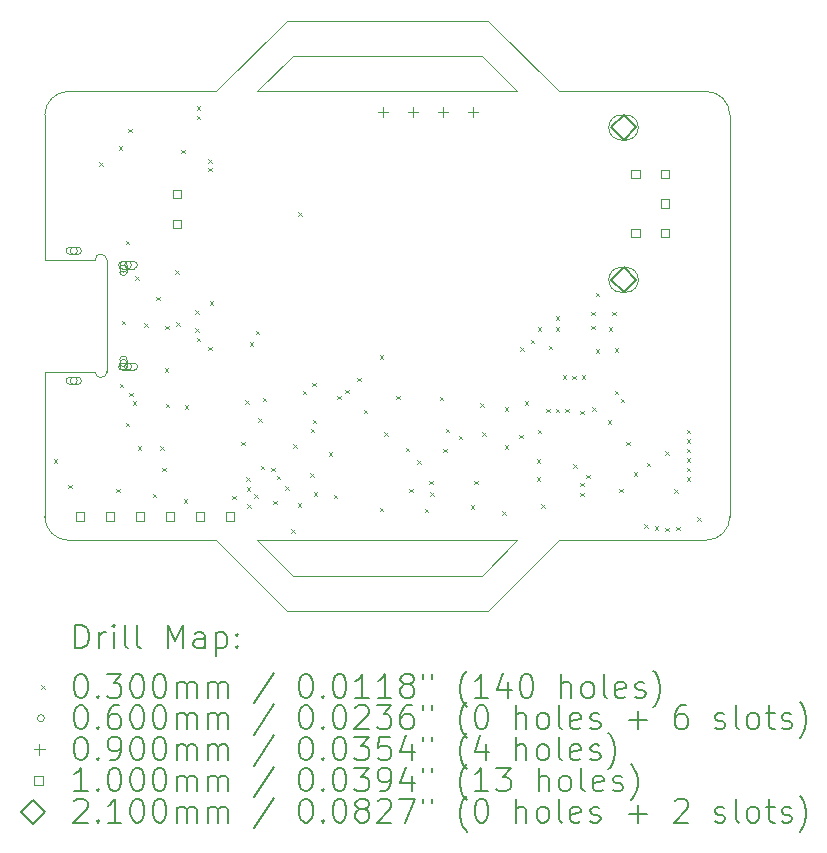
<source format=gbr>
%TF.GenerationSoftware,KiCad,Pcbnew,9.0.1*%
%TF.CreationDate,2025-10-21T09:50:46-05:00*%
%TF.ProjectId,STM32 Cyber Watch,53544d33-3220-4437-9962-657220576174,rev?*%
%TF.SameCoordinates,Original*%
%TF.FileFunction,Drillmap*%
%TF.FilePolarity,Positive*%
%FSLAX45Y45*%
G04 Gerber Fmt 4.5, Leading zero omitted, Abs format (unit mm)*
G04 Created by KiCad (PCBNEW 9.0.1) date 2025-10-21 09:50:46*
%MOMM*%
%LPD*%
G01*
G04 APERTURE LIST*
%ADD10C,0.050000*%
%ADD11C,0.200000*%
%ADD12C,0.100000*%
%ADD13C,0.210000*%
G04 APERTURE END LIST*
D10*
X16650000Y-15020000D02*
X17250000Y-14420000D01*
X16650000Y-10020000D02*
X14950000Y-10020000D01*
X16650000Y-10020000D02*
X17250000Y-10620000D01*
X16900000Y-10620000D02*
X14700000Y-10620000D01*
X18500000Y-10620000D02*
G75*
G02*
X18700000Y-10820000I0J-200000D01*
G01*
X13100000Y-14420000D02*
G75*
G02*
X12900000Y-14220000I0J200000D01*
G01*
X14350000Y-10620000D02*
X14950000Y-10020000D01*
X16650000Y-15020000D02*
X14950000Y-15020000D01*
X18700000Y-14220000D02*
X18700000Y-10820000D01*
X14700000Y-10620000D02*
X15000000Y-10320000D01*
X14350000Y-10620000D02*
X13100000Y-10620000D01*
X14700000Y-14420000D02*
X16900000Y-14420000D01*
X14350000Y-14420000D02*
X14950000Y-15020000D01*
X17250000Y-14420000D02*
X18500000Y-14420000D01*
X12900000Y-14220000D02*
X12900000Y-13170000D01*
X12900000Y-10820000D02*
X12900000Y-11870000D01*
X16900000Y-14420000D02*
X16600000Y-14720000D01*
X16600000Y-14720000D02*
X15000000Y-14720000D01*
X18700000Y-14220000D02*
G75*
G02*
X18500000Y-14420000I-200000J0D01*
G01*
X12900000Y-10820000D02*
G75*
G02*
X13100000Y-10620000I200000J0D01*
G01*
X14700000Y-14420000D02*
X15000000Y-14720000D01*
X16600000Y-10320000D02*
X15000000Y-10320000D01*
X13100000Y-14420000D02*
X14350000Y-14420000D01*
X18500000Y-10620000D02*
X17250000Y-10620000D01*
X16900000Y-10620000D02*
X16600000Y-10320000D01*
X13425000Y-12992500D02*
G75*
G02*
X13325000Y-12992500I-50000J0D01*
G01*
X13325000Y-12047500D02*
G75*
G02*
X13425000Y-12047500I50000J0D01*
G01*
X13425000Y-12047500D02*
X13425000Y-12992500D01*
X13325000Y-12992500D02*
X12900000Y-12992500D01*
X12900000Y-12992500D02*
X12900000Y-13170000D01*
X12900000Y-12047500D02*
X13325000Y-12047500D01*
X12900000Y-11870000D02*
X12900000Y-12047500D01*
D11*
D12*
X12975000Y-13735000D02*
X13005000Y-13765000D01*
X13005000Y-13735000D02*
X12975000Y-13765000D01*
X13100000Y-13950000D02*
X13130000Y-13980000D01*
X13130000Y-13950000D02*
X13100000Y-13980000D01*
X13360000Y-11220090D02*
X13390000Y-11250090D01*
X13390000Y-11220090D02*
X13360000Y-11250090D01*
X13505000Y-13985000D02*
X13535000Y-14015000D01*
X13535000Y-13985000D02*
X13505000Y-14015000D01*
X13525000Y-11084480D02*
X13555000Y-11114480D01*
X13555000Y-11084480D02*
X13525000Y-11114480D01*
X13535000Y-13095000D02*
X13565000Y-13125000D01*
X13565000Y-13095000D02*
X13535000Y-13125000D01*
X13552471Y-12560500D02*
X13582471Y-12590500D01*
X13582471Y-12560500D02*
X13552471Y-12590500D01*
X13585000Y-11885000D02*
X13615000Y-11915000D01*
X13615000Y-11885000D02*
X13585000Y-11915000D01*
X13585000Y-13425000D02*
X13615000Y-13455000D01*
X13615000Y-13425000D02*
X13585000Y-13455000D01*
X13605000Y-10935000D02*
X13635000Y-10965000D01*
X13635000Y-10935000D02*
X13605000Y-10965000D01*
X13613579Y-13171428D02*
X13643579Y-13201428D01*
X13643579Y-13171428D02*
X13613579Y-13201428D01*
X13645000Y-13245000D02*
X13675000Y-13275000D01*
X13675000Y-13245000D02*
X13645000Y-13275000D01*
X13665000Y-12185000D02*
X13695000Y-12215000D01*
X13695000Y-12185000D02*
X13665000Y-12215000D01*
X13685000Y-13625000D02*
X13715000Y-13655000D01*
X13715000Y-13625000D02*
X13685000Y-13655000D01*
X13743000Y-12582500D02*
X13773000Y-12612500D01*
X13773000Y-12582500D02*
X13743000Y-12612500D01*
X13815000Y-14025000D02*
X13845000Y-14055000D01*
X13845000Y-14025000D02*
X13815000Y-14055000D01*
X13841213Y-12358787D02*
X13871213Y-12388787D01*
X13871213Y-12358787D02*
X13841213Y-12388787D01*
X13877874Y-13622727D02*
X13907874Y-13652727D01*
X13907874Y-13622727D02*
X13877874Y-13652727D01*
X13895000Y-13805000D02*
X13925000Y-13835000D01*
X13925000Y-13805000D02*
X13895000Y-13835000D01*
X13915300Y-12965000D02*
X13945300Y-12995000D01*
X13945300Y-12965000D02*
X13915300Y-12995000D01*
X13918750Y-12605000D02*
X13948750Y-12635000D01*
X13948750Y-12605000D02*
X13918750Y-12635000D01*
X13925000Y-13265000D02*
X13955000Y-13295000D01*
X13955000Y-13265000D02*
X13925000Y-13295000D01*
X14005000Y-12135000D02*
X14035000Y-12165000D01*
X14035000Y-12135000D02*
X14005000Y-12165000D01*
X14015000Y-12575000D02*
X14045000Y-12605000D01*
X14045000Y-12575000D02*
X14015000Y-12605000D01*
X14055000Y-11115000D02*
X14085000Y-11145000D01*
X14085000Y-11115000D02*
X14055000Y-11145000D01*
X14075000Y-14075000D02*
X14105000Y-14105000D01*
X14105000Y-14075000D02*
X14075000Y-14105000D01*
X14085000Y-13275000D02*
X14115000Y-13305000D01*
X14115000Y-13275000D02*
X14085000Y-13305000D01*
X14175000Y-12475000D02*
X14205000Y-12505000D01*
X14205000Y-12475000D02*
X14175000Y-12505000D01*
X14175000Y-12625000D02*
X14205000Y-12655000D01*
X14205000Y-12625000D02*
X14175000Y-12655000D01*
X14185000Y-10745000D02*
X14215000Y-10775000D01*
X14215000Y-10745000D02*
X14185000Y-10775000D01*
X14185000Y-10825000D02*
X14215000Y-10855000D01*
X14215000Y-10825000D02*
X14185000Y-10855000D01*
X14185000Y-12705000D02*
X14215000Y-12735000D01*
X14215000Y-12705000D02*
X14185000Y-12735000D01*
X14285000Y-11195000D02*
X14315000Y-11225000D01*
X14315000Y-11195000D02*
X14285000Y-11225000D01*
X14285000Y-11265000D02*
X14315000Y-11295000D01*
X14315000Y-11265000D02*
X14285000Y-11295000D01*
X14285000Y-12780000D02*
X14315000Y-12810000D01*
X14315000Y-12780000D02*
X14285000Y-12810000D01*
X14295000Y-12395000D02*
X14325000Y-12425000D01*
X14325000Y-12395000D02*
X14295000Y-12425000D01*
X14485000Y-14045000D02*
X14515000Y-14075000D01*
X14515000Y-14045000D02*
X14485000Y-14075000D01*
X14565000Y-13585000D02*
X14595000Y-13615000D01*
X14595000Y-13585000D02*
X14565000Y-13615000D01*
X14595000Y-13235000D02*
X14625000Y-13265000D01*
X14625000Y-13235000D02*
X14595000Y-13265000D01*
X14605426Y-13885426D02*
X14635426Y-13915426D01*
X14635426Y-13885426D02*
X14605426Y-13915426D01*
X14610451Y-13969278D02*
X14640451Y-13999278D01*
X14640451Y-13969278D02*
X14610451Y-13999278D01*
X14615000Y-14115000D02*
X14645000Y-14145000D01*
X14645000Y-14115000D02*
X14615000Y-14145000D01*
X14635000Y-12745000D02*
X14665000Y-12775000D01*
X14665000Y-12745000D02*
X14635000Y-12775000D01*
X14674711Y-14029278D02*
X14704711Y-14059278D01*
X14704711Y-14029278D02*
X14674711Y-14059278D01*
X14685000Y-12645000D02*
X14715000Y-12675000D01*
X14715000Y-12645000D02*
X14685000Y-12675000D01*
X14705000Y-13385000D02*
X14735000Y-13415000D01*
X14735000Y-13385000D02*
X14705000Y-13415000D01*
X14726770Y-13788376D02*
X14756770Y-13818376D01*
X14756770Y-13788376D02*
X14726770Y-13818376D01*
X14745000Y-13215000D02*
X14775000Y-13245000D01*
X14775000Y-13215000D02*
X14745000Y-13245000D01*
X14815000Y-13805000D02*
X14845000Y-13835000D01*
X14845000Y-13805000D02*
X14815000Y-13835000D01*
X14835000Y-14085000D02*
X14865000Y-14115000D01*
X14865000Y-14085000D02*
X14835000Y-14115000D01*
X14865000Y-13875000D02*
X14895000Y-13905000D01*
X14895000Y-13875000D02*
X14865000Y-13905000D01*
X14935000Y-13965000D02*
X14965000Y-13995000D01*
X14965000Y-13965000D02*
X14935000Y-13995000D01*
X14985000Y-14325000D02*
X15015000Y-14355000D01*
X15015000Y-14325000D02*
X14985000Y-14355000D01*
X15005000Y-13605000D02*
X15035000Y-13635000D01*
X15035000Y-13605000D02*
X15005000Y-13635000D01*
X15042426Y-14107573D02*
X15072426Y-14137573D01*
X15072426Y-14107573D02*
X15042426Y-14137573D01*
X15045000Y-11645000D02*
X15075000Y-11675000D01*
X15075000Y-11645000D02*
X15045000Y-11675000D01*
X15085000Y-13155000D02*
X15115000Y-13185000D01*
X15115000Y-13155000D02*
X15085000Y-13185000D01*
X15145000Y-13855000D02*
X15175000Y-13885000D01*
X15175000Y-13855000D02*
X15145000Y-13885000D01*
X15152466Y-13477445D02*
X15182466Y-13507445D01*
X15182466Y-13477445D02*
X15152466Y-13507445D01*
X15165000Y-13085000D02*
X15195000Y-13115000D01*
X15195000Y-13085000D02*
X15165000Y-13115000D01*
X15169218Y-13399218D02*
X15199218Y-13429218D01*
X15199218Y-13399218D02*
X15169218Y-13429218D01*
X15175000Y-14015000D02*
X15205000Y-14045000D01*
X15205000Y-14015000D02*
X15175000Y-14045000D01*
X15305000Y-13675000D02*
X15335000Y-13705000D01*
X15335000Y-13675000D02*
X15305000Y-13705000D01*
X15345000Y-14035000D02*
X15375000Y-14065000D01*
X15375000Y-14035000D02*
X15345000Y-14065000D01*
X15375000Y-13195000D02*
X15405000Y-13225000D01*
X15405000Y-13195000D02*
X15375000Y-13225000D01*
X15445000Y-13145000D02*
X15475000Y-13175000D01*
X15475000Y-13145000D02*
X15445000Y-13175000D01*
X15545000Y-13045000D02*
X15575000Y-13075000D01*
X15575000Y-13045000D02*
X15545000Y-13075000D01*
X15599853Y-13315000D02*
X15629853Y-13345000D01*
X15629853Y-13315000D02*
X15599853Y-13345000D01*
X15735000Y-12855000D02*
X15765000Y-12885000D01*
X15765000Y-12855000D02*
X15735000Y-12885000D01*
X15735000Y-14145000D02*
X15765000Y-14175000D01*
X15765000Y-14145000D02*
X15735000Y-14175000D01*
X15775000Y-13505000D02*
X15805000Y-13535000D01*
X15805000Y-13505000D02*
X15775000Y-13535000D01*
X15875000Y-13195300D02*
X15905000Y-13225300D01*
X15905000Y-13195300D02*
X15875000Y-13225300D01*
X15955000Y-13635000D02*
X15985000Y-13665000D01*
X15985000Y-13635000D02*
X15955000Y-13665000D01*
X15985000Y-13985000D02*
X16015000Y-14015000D01*
X16015000Y-13985000D02*
X15985000Y-14015000D01*
X16055000Y-13745000D02*
X16085000Y-13775000D01*
X16085000Y-13745000D02*
X16055000Y-13775000D01*
X16115000Y-14155000D02*
X16145000Y-14185000D01*
X16145000Y-14155000D02*
X16115000Y-14185000D01*
X16155000Y-13915000D02*
X16185000Y-13945000D01*
X16185000Y-13915000D02*
X16155000Y-13945000D01*
X16165000Y-14015000D02*
X16195000Y-14045000D01*
X16195000Y-14015000D02*
X16165000Y-14045000D01*
X16245000Y-13205000D02*
X16275000Y-13235000D01*
X16275000Y-13205000D02*
X16245000Y-13235000D01*
X16275000Y-13645000D02*
X16305000Y-13675000D01*
X16305000Y-13645000D02*
X16275000Y-13675000D01*
X16295000Y-13475000D02*
X16325000Y-13505000D01*
X16325000Y-13475000D02*
X16295000Y-13505000D01*
X16404573Y-13535000D02*
X16434573Y-13565000D01*
X16434573Y-13535000D02*
X16404573Y-13565000D01*
X16505000Y-14125000D02*
X16535000Y-14155000D01*
X16535000Y-14125000D02*
X16505000Y-14155000D01*
X16535000Y-13915000D02*
X16565000Y-13945000D01*
X16565000Y-13915000D02*
X16535000Y-13945000D01*
X16588355Y-13261645D02*
X16618355Y-13291645D01*
X16618355Y-13261645D02*
X16588355Y-13291645D01*
X16605000Y-13505000D02*
X16635000Y-13535000D01*
X16635000Y-13505000D02*
X16605000Y-13535000D01*
X16775000Y-14175000D02*
X16805000Y-14205000D01*
X16805000Y-14175000D02*
X16775000Y-14205000D01*
X16795000Y-13295000D02*
X16825000Y-13325000D01*
X16825000Y-13295000D02*
X16795000Y-13325000D01*
X16795000Y-13615000D02*
X16825000Y-13645000D01*
X16825000Y-13615000D02*
X16795000Y-13645000D01*
X16915000Y-13525000D02*
X16945000Y-13555000D01*
X16945000Y-13525000D02*
X16915000Y-13555000D01*
X16925000Y-12785000D02*
X16955000Y-12815000D01*
X16955000Y-12785000D02*
X16925000Y-12815000D01*
X16965000Y-13245000D02*
X16995000Y-13275000D01*
X16995000Y-13245000D02*
X16965000Y-13275000D01*
X17012427Y-12722426D02*
X17042427Y-12752426D01*
X17042427Y-12722426D02*
X17012427Y-12752426D01*
X17065000Y-13735000D02*
X17095000Y-13765000D01*
X17095000Y-13735000D02*
X17065000Y-13765000D01*
X17065000Y-13885000D02*
X17095000Y-13915000D01*
X17095000Y-13885000D02*
X17065000Y-13915000D01*
X17075000Y-12615000D02*
X17105000Y-12645000D01*
X17105000Y-12615000D02*
X17075000Y-12645000D01*
X17075000Y-13485000D02*
X17105000Y-13515000D01*
X17105000Y-13485000D02*
X17075000Y-13515000D01*
X17105000Y-14117326D02*
X17135000Y-14147326D01*
X17135000Y-14117326D02*
X17105000Y-14147326D01*
X17145000Y-13305000D02*
X17175000Y-13335000D01*
X17175000Y-13305000D02*
X17145000Y-13335000D01*
X17165000Y-12775000D02*
X17195000Y-12805000D01*
X17195000Y-12775000D02*
X17165000Y-12805000D01*
X17225000Y-12525000D02*
X17255000Y-12555000D01*
X17255000Y-12525000D02*
X17225000Y-12555000D01*
X17225000Y-12615000D02*
X17255000Y-12645000D01*
X17255000Y-12615000D02*
X17225000Y-12645000D01*
X17225000Y-13305000D02*
X17255000Y-13335000D01*
X17255000Y-13305000D02*
X17225000Y-13335000D01*
X17285000Y-13025000D02*
X17315000Y-13055000D01*
X17315000Y-13025000D02*
X17285000Y-13055000D01*
X17305000Y-13305000D02*
X17335000Y-13335000D01*
X17335000Y-13305000D02*
X17305000Y-13335000D01*
X17367427Y-13027426D02*
X17397427Y-13057426D01*
X17397427Y-13027426D02*
X17367427Y-13057426D01*
X17375000Y-13775000D02*
X17405000Y-13805000D01*
X17405000Y-13775000D02*
X17375000Y-13805000D01*
X17434965Y-14017051D02*
X17464965Y-14047051D01*
X17464965Y-14017051D02*
X17434965Y-14047051D01*
X17435000Y-13325000D02*
X17465000Y-13355000D01*
X17465000Y-13325000D02*
X17435000Y-13355000D01*
X17435000Y-13932233D02*
X17465000Y-13962233D01*
X17465000Y-13932233D02*
X17435000Y-13962233D01*
X17447356Y-13024064D02*
X17477356Y-13054064D01*
X17477356Y-13024064D02*
X17447356Y-13054064D01*
X17485240Y-13867113D02*
X17515240Y-13897113D01*
X17515240Y-13867113D02*
X17485240Y-13897113D01*
X17525000Y-12485000D02*
X17555000Y-12515000D01*
X17555000Y-12485000D02*
X17525000Y-12515000D01*
X17525000Y-12605000D02*
X17555000Y-12635000D01*
X17555000Y-12605000D02*
X17525000Y-12635000D01*
X17535000Y-13295000D02*
X17565000Y-13325000D01*
X17565000Y-13295000D02*
X17535000Y-13325000D01*
X17565000Y-12325000D02*
X17595000Y-12355000D01*
X17595000Y-12325000D02*
X17565000Y-12355000D01*
X17565000Y-12805000D02*
X17595000Y-12835000D01*
X17595000Y-12805000D02*
X17565000Y-12835000D01*
X17665000Y-13405000D02*
X17695000Y-13435000D01*
X17695000Y-13405000D02*
X17665000Y-13435000D01*
X17675000Y-12615000D02*
X17705000Y-12645000D01*
X17705000Y-12615000D02*
X17675000Y-12645000D01*
X17705000Y-12485000D02*
X17735000Y-12515000D01*
X17735000Y-12485000D02*
X17705000Y-12515000D01*
X17725000Y-12795000D02*
X17755000Y-12825000D01*
X17755000Y-12795000D02*
X17725000Y-12825000D01*
X17725000Y-13155000D02*
X17755000Y-13185000D01*
X17755000Y-13155000D02*
X17725000Y-13185000D01*
X17765000Y-13985000D02*
X17795000Y-14015000D01*
X17795000Y-13985000D02*
X17765000Y-14015000D01*
X17775000Y-13223233D02*
X17805000Y-13253233D01*
X17805000Y-13223233D02*
X17775000Y-13253233D01*
X17825000Y-13585000D02*
X17855000Y-13615000D01*
X17855000Y-13585000D02*
X17825000Y-13615000D01*
X17885000Y-13845000D02*
X17915000Y-13875000D01*
X17915000Y-13845000D02*
X17885000Y-13875000D01*
X17975830Y-14284900D02*
X18005830Y-14314900D01*
X18005830Y-14284900D02*
X17975830Y-14314900D01*
X17995000Y-13765000D02*
X18025000Y-13795000D01*
X18025000Y-13765000D02*
X17995000Y-13795000D01*
X18065000Y-14300000D02*
X18095000Y-14330000D01*
X18095000Y-14300000D02*
X18065000Y-14330000D01*
X18155000Y-13665000D02*
X18185000Y-13695000D01*
X18185000Y-13665000D02*
X18155000Y-13695000D01*
X18155000Y-14315000D02*
X18185000Y-14345000D01*
X18185000Y-14315000D02*
X18155000Y-14345000D01*
X18230000Y-13990000D02*
X18260000Y-14020000D01*
X18260000Y-13990000D02*
X18230000Y-14020000D01*
X18245000Y-14305000D02*
X18275000Y-14335000D01*
X18275000Y-14305000D02*
X18245000Y-14335000D01*
X18335000Y-13484999D02*
X18365000Y-13514999D01*
X18365000Y-13484999D02*
X18335000Y-13514999D01*
X18335000Y-13565000D02*
X18365000Y-13595000D01*
X18365000Y-13565000D02*
X18335000Y-13595000D01*
X18335000Y-13645000D02*
X18365000Y-13675000D01*
X18365000Y-13645000D02*
X18335000Y-13675000D01*
X18335000Y-13725000D02*
X18365000Y-13755000D01*
X18365000Y-13725000D02*
X18335000Y-13755000D01*
X18335000Y-13805000D02*
X18365000Y-13835000D01*
X18365000Y-13805000D02*
X18335000Y-13835000D01*
X18335001Y-13885000D02*
X18365001Y-13915000D01*
X18365001Y-13885000D02*
X18335001Y-13915000D01*
X18425000Y-14225000D02*
X18455000Y-14255000D01*
X18455000Y-14225000D02*
X18425000Y-14255000D01*
X13175000Y-11970000D02*
G75*
G02*
X13115000Y-11970000I-30000J0D01*
G01*
X13115000Y-11970000D02*
G75*
G02*
X13175000Y-11970000I30000J0D01*
G01*
X13180000Y-11940000D02*
X13110000Y-11940000D01*
X13110000Y-12000000D02*
G75*
G02*
X13110000Y-11940000I0J30000D01*
G01*
X13110000Y-12000000D02*
X13180000Y-12000000D01*
X13180000Y-12000000D02*
G75*
G03*
X13180000Y-11940000I0J30000D01*
G01*
X13175000Y-13070000D02*
G75*
G02*
X13115000Y-13070000I-30000J0D01*
G01*
X13115000Y-13070000D02*
G75*
G02*
X13175000Y-13070000I30000J0D01*
G01*
X13180000Y-13040000D02*
X13110000Y-13040000D01*
X13110000Y-13100000D02*
G75*
G02*
X13110000Y-13040000I0J30000D01*
G01*
X13110000Y-13100000D02*
X13180000Y-13100000D01*
X13180000Y-13100000D02*
G75*
G03*
X13180000Y-13040000I0J30000D01*
G01*
X13595000Y-12120000D02*
G75*
G02*
X13535000Y-12120000I-30000J0D01*
G01*
X13535000Y-12120000D02*
G75*
G02*
X13595000Y-12120000I30000J0D01*
G01*
X13535000Y-12090000D02*
X13535000Y-12150000D01*
X13595000Y-12150000D02*
G75*
G02*
X13535000Y-12150000I-30000J0D01*
G01*
X13595000Y-12150000D02*
X13595000Y-12090000D01*
X13595000Y-12090000D02*
G75*
G03*
X13535000Y-12090000I-30000J0D01*
G01*
X13595000Y-12920000D02*
G75*
G02*
X13535000Y-12920000I-30000J0D01*
G01*
X13535000Y-12920000D02*
G75*
G02*
X13595000Y-12920000I30000J0D01*
G01*
X13535000Y-12890000D02*
X13535000Y-12950000D01*
X13595000Y-12950000D02*
G75*
G02*
X13535000Y-12950000I-30000J0D01*
G01*
X13595000Y-12950000D02*
X13595000Y-12890000D01*
X13595000Y-12890000D02*
G75*
G03*
X13535000Y-12890000I-30000J0D01*
G01*
X13635000Y-12090000D02*
G75*
G02*
X13575000Y-12090000I-30000J0D01*
G01*
X13575000Y-12090000D02*
G75*
G02*
X13635000Y-12090000I30000J0D01*
G01*
X13655000Y-12060000D02*
X13555000Y-12060000D01*
X13555000Y-12120000D02*
G75*
G02*
X13555000Y-12060000I0J30000D01*
G01*
X13555000Y-12120000D02*
X13655000Y-12120000D01*
X13655000Y-12120000D02*
G75*
G03*
X13655000Y-12060000I0J30000D01*
G01*
X13635000Y-12950000D02*
G75*
G02*
X13575000Y-12950000I-30000J0D01*
G01*
X13575000Y-12950000D02*
G75*
G02*
X13635000Y-12950000I30000J0D01*
G01*
X13655000Y-12920000D02*
X13555000Y-12920000D01*
X13555000Y-12980000D02*
G75*
G02*
X13555000Y-12920000I0J30000D01*
G01*
X13555000Y-12980000D02*
X13655000Y-12980000D01*
X13655000Y-12980000D02*
G75*
G03*
X13655000Y-12920000I0J30000D01*
G01*
X15763000Y-10750000D02*
X15763000Y-10840000D01*
X15718000Y-10795000D02*
X15808000Y-10795000D01*
X16017000Y-10750000D02*
X16017000Y-10840000D01*
X15972000Y-10795000D02*
X16062000Y-10795000D01*
X16271000Y-10750000D02*
X16271000Y-10840000D01*
X16226000Y-10795000D02*
X16316000Y-10795000D01*
X16525000Y-10750000D02*
X16525000Y-10840000D01*
X16480000Y-10795000D02*
X16570000Y-10795000D01*
X13235356Y-14255356D02*
X13235356Y-14184644D01*
X13164644Y-14184644D01*
X13164644Y-14255356D01*
X13235356Y-14255356D01*
X13489356Y-14255356D02*
X13489356Y-14184644D01*
X13418644Y-14184644D01*
X13418644Y-14255356D01*
X13489356Y-14255356D01*
X13743356Y-14255356D02*
X13743356Y-14184644D01*
X13672644Y-14184644D01*
X13672644Y-14255356D01*
X13743356Y-14255356D01*
X13997356Y-14255356D02*
X13997356Y-14184644D01*
X13926644Y-14184644D01*
X13926644Y-14255356D01*
X13997356Y-14255356D01*
X14055356Y-11525356D02*
X14055356Y-11454644D01*
X13984644Y-11454644D01*
X13984644Y-11525356D01*
X14055356Y-11525356D01*
X14055356Y-11775356D02*
X14055356Y-11704644D01*
X13984644Y-11704644D01*
X13984644Y-11775356D01*
X14055356Y-11775356D01*
X14251356Y-14255356D02*
X14251356Y-14184644D01*
X14180644Y-14184644D01*
X14180644Y-14255356D01*
X14251356Y-14255356D01*
X14505356Y-14255356D02*
X14505356Y-14184644D01*
X14434644Y-14184644D01*
X14434644Y-14255356D01*
X14505356Y-14255356D01*
X17935356Y-11355356D02*
X17935356Y-11284644D01*
X17864644Y-11284644D01*
X17864644Y-11355356D01*
X17935356Y-11355356D01*
X17935356Y-11855356D02*
X17935356Y-11784644D01*
X17864644Y-11784644D01*
X17864644Y-11855356D01*
X17935356Y-11855356D01*
X18185356Y-11355356D02*
X18185356Y-11284644D01*
X18114644Y-11284644D01*
X18114644Y-11355356D01*
X18185356Y-11355356D01*
X18185356Y-11605356D02*
X18185356Y-11534644D01*
X18114644Y-11534644D01*
X18114644Y-11605356D01*
X18185356Y-11605356D01*
X18185356Y-11855356D02*
X18185356Y-11784644D01*
X18114644Y-11784644D01*
X18114644Y-11855356D01*
X18185356Y-11855356D01*
D13*
X17800000Y-11030000D02*
X17905000Y-10925000D01*
X17800000Y-10820000D01*
X17695000Y-10925000D01*
X17800000Y-11030000D01*
D12*
X17780000Y-11030000D02*
X17820000Y-11030000D01*
X17820000Y-10820000D02*
G75*
G02*
X17820000Y-11030000I0J-105000D01*
G01*
X17820000Y-10820000D02*
X17780000Y-10820000D01*
X17780000Y-10820000D02*
G75*
G03*
X17780000Y-11030000I0J-105000D01*
G01*
D13*
X17800000Y-12320000D02*
X17905000Y-12215000D01*
X17800000Y-12110000D01*
X17695000Y-12215000D01*
X17800000Y-12320000D01*
D12*
X17780000Y-12320000D02*
X17820000Y-12320000D01*
X17820000Y-12110000D02*
G75*
G02*
X17820000Y-12320000I0J-105000D01*
G01*
X17820000Y-12110000D02*
X17780000Y-12110000D01*
X17780000Y-12110000D02*
G75*
G03*
X17780000Y-12320000I0J-105000D01*
G01*
D11*
X13158277Y-15333984D02*
X13158277Y-15133984D01*
X13158277Y-15133984D02*
X13205896Y-15133984D01*
X13205896Y-15133984D02*
X13234467Y-15143508D01*
X13234467Y-15143508D02*
X13253515Y-15162555D01*
X13253515Y-15162555D02*
X13263039Y-15181603D01*
X13263039Y-15181603D02*
X13272562Y-15219698D01*
X13272562Y-15219698D02*
X13272562Y-15248269D01*
X13272562Y-15248269D02*
X13263039Y-15286365D01*
X13263039Y-15286365D02*
X13253515Y-15305412D01*
X13253515Y-15305412D02*
X13234467Y-15324460D01*
X13234467Y-15324460D02*
X13205896Y-15333984D01*
X13205896Y-15333984D02*
X13158277Y-15333984D01*
X13358277Y-15333984D02*
X13358277Y-15200650D01*
X13358277Y-15238746D02*
X13367801Y-15219698D01*
X13367801Y-15219698D02*
X13377324Y-15210174D01*
X13377324Y-15210174D02*
X13396372Y-15200650D01*
X13396372Y-15200650D02*
X13415420Y-15200650D01*
X13482086Y-15333984D02*
X13482086Y-15200650D01*
X13482086Y-15133984D02*
X13472562Y-15143508D01*
X13472562Y-15143508D02*
X13482086Y-15153031D01*
X13482086Y-15153031D02*
X13491610Y-15143508D01*
X13491610Y-15143508D02*
X13482086Y-15133984D01*
X13482086Y-15133984D02*
X13482086Y-15153031D01*
X13605896Y-15333984D02*
X13586848Y-15324460D01*
X13586848Y-15324460D02*
X13577324Y-15305412D01*
X13577324Y-15305412D02*
X13577324Y-15133984D01*
X13710658Y-15333984D02*
X13691610Y-15324460D01*
X13691610Y-15324460D02*
X13682086Y-15305412D01*
X13682086Y-15305412D02*
X13682086Y-15133984D01*
X13939229Y-15333984D02*
X13939229Y-15133984D01*
X13939229Y-15133984D02*
X14005896Y-15276841D01*
X14005896Y-15276841D02*
X14072562Y-15133984D01*
X14072562Y-15133984D02*
X14072562Y-15333984D01*
X14253515Y-15333984D02*
X14253515Y-15229222D01*
X14253515Y-15229222D02*
X14243991Y-15210174D01*
X14243991Y-15210174D02*
X14224943Y-15200650D01*
X14224943Y-15200650D02*
X14186848Y-15200650D01*
X14186848Y-15200650D02*
X14167801Y-15210174D01*
X14253515Y-15324460D02*
X14234467Y-15333984D01*
X14234467Y-15333984D02*
X14186848Y-15333984D01*
X14186848Y-15333984D02*
X14167801Y-15324460D01*
X14167801Y-15324460D02*
X14158277Y-15305412D01*
X14158277Y-15305412D02*
X14158277Y-15286365D01*
X14158277Y-15286365D02*
X14167801Y-15267317D01*
X14167801Y-15267317D02*
X14186848Y-15257793D01*
X14186848Y-15257793D02*
X14234467Y-15257793D01*
X14234467Y-15257793D02*
X14253515Y-15248269D01*
X14348753Y-15200650D02*
X14348753Y-15400650D01*
X14348753Y-15210174D02*
X14367801Y-15200650D01*
X14367801Y-15200650D02*
X14405896Y-15200650D01*
X14405896Y-15200650D02*
X14424943Y-15210174D01*
X14424943Y-15210174D02*
X14434467Y-15219698D01*
X14434467Y-15219698D02*
X14443991Y-15238746D01*
X14443991Y-15238746D02*
X14443991Y-15295888D01*
X14443991Y-15295888D02*
X14434467Y-15314936D01*
X14434467Y-15314936D02*
X14424943Y-15324460D01*
X14424943Y-15324460D02*
X14405896Y-15333984D01*
X14405896Y-15333984D02*
X14367801Y-15333984D01*
X14367801Y-15333984D02*
X14348753Y-15324460D01*
X14529705Y-15314936D02*
X14539229Y-15324460D01*
X14539229Y-15324460D02*
X14529705Y-15333984D01*
X14529705Y-15333984D02*
X14520182Y-15324460D01*
X14520182Y-15324460D02*
X14529705Y-15314936D01*
X14529705Y-15314936D02*
X14529705Y-15333984D01*
X14529705Y-15210174D02*
X14539229Y-15219698D01*
X14539229Y-15219698D02*
X14529705Y-15229222D01*
X14529705Y-15229222D02*
X14520182Y-15219698D01*
X14520182Y-15219698D02*
X14529705Y-15210174D01*
X14529705Y-15210174D02*
X14529705Y-15229222D01*
D12*
X12867500Y-15647500D02*
X12897500Y-15677500D01*
X12897500Y-15647500D02*
X12867500Y-15677500D01*
D11*
X13196372Y-15553984D02*
X13215420Y-15553984D01*
X13215420Y-15553984D02*
X13234467Y-15563508D01*
X13234467Y-15563508D02*
X13243991Y-15573031D01*
X13243991Y-15573031D02*
X13253515Y-15592079D01*
X13253515Y-15592079D02*
X13263039Y-15630174D01*
X13263039Y-15630174D02*
X13263039Y-15677793D01*
X13263039Y-15677793D02*
X13253515Y-15715888D01*
X13253515Y-15715888D02*
X13243991Y-15734936D01*
X13243991Y-15734936D02*
X13234467Y-15744460D01*
X13234467Y-15744460D02*
X13215420Y-15753984D01*
X13215420Y-15753984D02*
X13196372Y-15753984D01*
X13196372Y-15753984D02*
X13177324Y-15744460D01*
X13177324Y-15744460D02*
X13167801Y-15734936D01*
X13167801Y-15734936D02*
X13158277Y-15715888D01*
X13158277Y-15715888D02*
X13148753Y-15677793D01*
X13148753Y-15677793D02*
X13148753Y-15630174D01*
X13148753Y-15630174D02*
X13158277Y-15592079D01*
X13158277Y-15592079D02*
X13167801Y-15573031D01*
X13167801Y-15573031D02*
X13177324Y-15563508D01*
X13177324Y-15563508D02*
X13196372Y-15553984D01*
X13348753Y-15734936D02*
X13358277Y-15744460D01*
X13358277Y-15744460D02*
X13348753Y-15753984D01*
X13348753Y-15753984D02*
X13339229Y-15744460D01*
X13339229Y-15744460D02*
X13348753Y-15734936D01*
X13348753Y-15734936D02*
X13348753Y-15753984D01*
X13424943Y-15553984D02*
X13548753Y-15553984D01*
X13548753Y-15553984D02*
X13482086Y-15630174D01*
X13482086Y-15630174D02*
X13510658Y-15630174D01*
X13510658Y-15630174D02*
X13529705Y-15639698D01*
X13529705Y-15639698D02*
X13539229Y-15649222D01*
X13539229Y-15649222D02*
X13548753Y-15668269D01*
X13548753Y-15668269D02*
X13548753Y-15715888D01*
X13548753Y-15715888D02*
X13539229Y-15734936D01*
X13539229Y-15734936D02*
X13529705Y-15744460D01*
X13529705Y-15744460D02*
X13510658Y-15753984D01*
X13510658Y-15753984D02*
X13453515Y-15753984D01*
X13453515Y-15753984D02*
X13434467Y-15744460D01*
X13434467Y-15744460D02*
X13424943Y-15734936D01*
X13672562Y-15553984D02*
X13691610Y-15553984D01*
X13691610Y-15553984D02*
X13710658Y-15563508D01*
X13710658Y-15563508D02*
X13720182Y-15573031D01*
X13720182Y-15573031D02*
X13729705Y-15592079D01*
X13729705Y-15592079D02*
X13739229Y-15630174D01*
X13739229Y-15630174D02*
X13739229Y-15677793D01*
X13739229Y-15677793D02*
X13729705Y-15715888D01*
X13729705Y-15715888D02*
X13720182Y-15734936D01*
X13720182Y-15734936D02*
X13710658Y-15744460D01*
X13710658Y-15744460D02*
X13691610Y-15753984D01*
X13691610Y-15753984D02*
X13672562Y-15753984D01*
X13672562Y-15753984D02*
X13653515Y-15744460D01*
X13653515Y-15744460D02*
X13643991Y-15734936D01*
X13643991Y-15734936D02*
X13634467Y-15715888D01*
X13634467Y-15715888D02*
X13624943Y-15677793D01*
X13624943Y-15677793D02*
X13624943Y-15630174D01*
X13624943Y-15630174D02*
X13634467Y-15592079D01*
X13634467Y-15592079D02*
X13643991Y-15573031D01*
X13643991Y-15573031D02*
X13653515Y-15563508D01*
X13653515Y-15563508D02*
X13672562Y-15553984D01*
X13863039Y-15553984D02*
X13882086Y-15553984D01*
X13882086Y-15553984D02*
X13901134Y-15563508D01*
X13901134Y-15563508D02*
X13910658Y-15573031D01*
X13910658Y-15573031D02*
X13920182Y-15592079D01*
X13920182Y-15592079D02*
X13929705Y-15630174D01*
X13929705Y-15630174D02*
X13929705Y-15677793D01*
X13929705Y-15677793D02*
X13920182Y-15715888D01*
X13920182Y-15715888D02*
X13910658Y-15734936D01*
X13910658Y-15734936D02*
X13901134Y-15744460D01*
X13901134Y-15744460D02*
X13882086Y-15753984D01*
X13882086Y-15753984D02*
X13863039Y-15753984D01*
X13863039Y-15753984D02*
X13843991Y-15744460D01*
X13843991Y-15744460D02*
X13834467Y-15734936D01*
X13834467Y-15734936D02*
X13824943Y-15715888D01*
X13824943Y-15715888D02*
X13815420Y-15677793D01*
X13815420Y-15677793D02*
X13815420Y-15630174D01*
X13815420Y-15630174D02*
X13824943Y-15592079D01*
X13824943Y-15592079D02*
X13834467Y-15573031D01*
X13834467Y-15573031D02*
X13843991Y-15563508D01*
X13843991Y-15563508D02*
X13863039Y-15553984D01*
X14015420Y-15753984D02*
X14015420Y-15620650D01*
X14015420Y-15639698D02*
X14024943Y-15630174D01*
X14024943Y-15630174D02*
X14043991Y-15620650D01*
X14043991Y-15620650D02*
X14072563Y-15620650D01*
X14072563Y-15620650D02*
X14091610Y-15630174D01*
X14091610Y-15630174D02*
X14101134Y-15649222D01*
X14101134Y-15649222D02*
X14101134Y-15753984D01*
X14101134Y-15649222D02*
X14110658Y-15630174D01*
X14110658Y-15630174D02*
X14129705Y-15620650D01*
X14129705Y-15620650D02*
X14158277Y-15620650D01*
X14158277Y-15620650D02*
X14177324Y-15630174D01*
X14177324Y-15630174D02*
X14186848Y-15649222D01*
X14186848Y-15649222D02*
X14186848Y-15753984D01*
X14282086Y-15753984D02*
X14282086Y-15620650D01*
X14282086Y-15639698D02*
X14291610Y-15630174D01*
X14291610Y-15630174D02*
X14310658Y-15620650D01*
X14310658Y-15620650D02*
X14339229Y-15620650D01*
X14339229Y-15620650D02*
X14358277Y-15630174D01*
X14358277Y-15630174D02*
X14367801Y-15649222D01*
X14367801Y-15649222D02*
X14367801Y-15753984D01*
X14367801Y-15649222D02*
X14377324Y-15630174D01*
X14377324Y-15630174D02*
X14396372Y-15620650D01*
X14396372Y-15620650D02*
X14424943Y-15620650D01*
X14424943Y-15620650D02*
X14443991Y-15630174D01*
X14443991Y-15630174D02*
X14453515Y-15649222D01*
X14453515Y-15649222D02*
X14453515Y-15753984D01*
X14843991Y-15544460D02*
X14672563Y-15801603D01*
X15101134Y-15553984D02*
X15120182Y-15553984D01*
X15120182Y-15553984D02*
X15139229Y-15563508D01*
X15139229Y-15563508D02*
X15148753Y-15573031D01*
X15148753Y-15573031D02*
X15158277Y-15592079D01*
X15158277Y-15592079D02*
X15167801Y-15630174D01*
X15167801Y-15630174D02*
X15167801Y-15677793D01*
X15167801Y-15677793D02*
X15158277Y-15715888D01*
X15158277Y-15715888D02*
X15148753Y-15734936D01*
X15148753Y-15734936D02*
X15139229Y-15744460D01*
X15139229Y-15744460D02*
X15120182Y-15753984D01*
X15120182Y-15753984D02*
X15101134Y-15753984D01*
X15101134Y-15753984D02*
X15082086Y-15744460D01*
X15082086Y-15744460D02*
X15072563Y-15734936D01*
X15072563Y-15734936D02*
X15063039Y-15715888D01*
X15063039Y-15715888D02*
X15053515Y-15677793D01*
X15053515Y-15677793D02*
X15053515Y-15630174D01*
X15053515Y-15630174D02*
X15063039Y-15592079D01*
X15063039Y-15592079D02*
X15072563Y-15573031D01*
X15072563Y-15573031D02*
X15082086Y-15563508D01*
X15082086Y-15563508D02*
X15101134Y-15553984D01*
X15253515Y-15734936D02*
X15263039Y-15744460D01*
X15263039Y-15744460D02*
X15253515Y-15753984D01*
X15253515Y-15753984D02*
X15243991Y-15744460D01*
X15243991Y-15744460D02*
X15253515Y-15734936D01*
X15253515Y-15734936D02*
X15253515Y-15753984D01*
X15386848Y-15553984D02*
X15405896Y-15553984D01*
X15405896Y-15553984D02*
X15424944Y-15563508D01*
X15424944Y-15563508D02*
X15434467Y-15573031D01*
X15434467Y-15573031D02*
X15443991Y-15592079D01*
X15443991Y-15592079D02*
X15453515Y-15630174D01*
X15453515Y-15630174D02*
X15453515Y-15677793D01*
X15453515Y-15677793D02*
X15443991Y-15715888D01*
X15443991Y-15715888D02*
X15434467Y-15734936D01*
X15434467Y-15734936D02*
X15424944Y-15744460D01*
X15424944Y-15744460D02*
X15405896Y-15753984D01*
X15405896Y-15753984D02*
X15386848Y-15753984D01*
X15386848Y-15753984D02*
X15367801Y-15744460D01*
X15367801Y-15744460D02*
X15358277Y-15734936D01*
X15358277Y-15734936D02*
X15348753Y-15715888D01*
X15348753Y-15715888D02*
X15339229Y-15677793D01*
X15339229Y-15677793D02*
X15339229Y-15630174D01*
X15339229Y-15630174D02*
X15348753Y-15592079D01*
X15348753Y-15592079D02*
X15358277Y-15573031D01*
X15358277Y-15573031D02*
X15367801Y-15563508D01*
X15367801Y-15563508D02*
X15386848Y-15553984D01*
X15643991Y-15753984D02*
X15529706Y-15753984D01*
X15586848Y-15753984D02*
X15586848Y-15553984D01*
X15586848Y-15553984D02*
X15567801Y-15582555D01*
X15567801Y-15582555D02*
X15548753Y-15601603D01*
X15548753Y-15601603D02*
X15529706Y-15611127D01*
X15834467Y-15753984D02*
X15720182Y-15753984D01*
X15777325Y-15753984D02*
X15777325Y-15553984D01*
X15777325Y-15553984D02*
X15758277Y-15582555D01*
X15758277Y-15582555D02*
X15739229Y-15601603D01*
X15739229Y-15601603D02*
X15720182Y-15611127D01*
X15948753Y-15639698D02*
X15929706Y-15630174D01*
X15929706Y-15630174D02*
X15920182Y-15620650D01*
X15920182Y-15620650D02*
X15910658Y-15601603D01*
X15910658Y-15601603D02*
X15910658Y-15592079D01*
X15910658Y-15592079D02*
X15920182Y-15573031D01*
X15920182Y-15573031D02*
X15929706Y-15563508D01*
X15929706Y-15563508D02*
X15948753Y-15553984D01*
X15948753Y-15553984D02*
X15986848Y-15553984D01*
X15986848Y-15553984D02*
X16005896Y-15563508D01*
X16005896Y-15563508D02*
X16015420Y-15573031D01*
X16015420Y-15573031D02*
X16024944Y-15592079D01*
X16024944Y-15592079D02*
X16024944Y-15601603D01*
X16024944Y-15601603D02*
X16015420Y-15620650D01*
X16015420Y-15620650D02*
X16005896Y-15630174D01*
X16005896Y-15630174D02*
X15986848Y-15639698D01*
X15986848Y-15639698D02*
X15948753Y-15639698D01*
X15948753Y-15639698D02*
X15929706Y-15649222D01*
X15929706Y-15649222D02*
X15920182Y-15658746D01*
X15920182Y-15658746D02*
X15910658Y-15677793D01*
X15910658Y-15677793D02*
X15910658Y-15715888D01*
X15910658Y-15715888D02*
X15920182Y-15734936D01*
X15920182Y-15734936D02*
X15929706Y-15744460D01*
X15929706Y-15744460D02*
X15948753Y-15753984D01*
X15948753Y-15753984D02*
X15986848Y-15753984D01*
X15986848Y-15753984D02*
X16005896Y-15744460D01*
X16005896Y-15744460D02*
X16015420Y-15734936D01*
X16015420Y-15734936D02*
X16024944Y-15715888D01*
X16024944Y-15715888D02*
X16024944Y-15677793D01*
X16024944Y-15677793D02*
X16015420Y-15658746D01*
X16015420Y-15658746D02*
X16005896Y-15649222D01*
X16005896Y-15649222D02*
X15986848Y-15639698D01*
X16101134Y-15553984D02*
X16101134Y-15592079D01*
X16177325Y-15553984D02*
X16177325Y-15592079D01*
X16472563Y-15830174D02*
X16463039Y-15820650D01*
X16463039Y-15820650D02*
X16443991Y-15792079D01*
X16443991Y-15792079D02*
X16434468Y-15773031D01*
X16434468Y-15773031D02*
X16424944Y-15744460D01*
X16424944Y-15744460D02*
X16415420Y-15696841D01*
X16415420Y-15696841D02*
X16415420Y-15658746D01*
X16415420Y-15658746D02*
X16424944Y-15611127D01*
X16424944Y-15611127D02*
X16434468Y-15582555D01*
X16434468Y-15582555D02*
X16443991Y-15563508D01*
X16443991Y-15563508D02*
X16463039Y-15534936D01*
X16463039Y-15534936D02*
X16472563Y-15525412D01*
X16653515Y-15753984D02*
X16539229Y-15753984D01*
X16596372Y-15753984D02*
X16596372Y-15553984D01*
X16596372Y-15553984D02*
X16577325Y-15582555D01*
X16577325Y-15582555D02*
X16558277Y-15601603D01*
X16558277Y-15601603D02*
X16539229Y-15611127D01*
X16824944Y-15620650D02*
X16824944Y-15753984D01*
X16777325Y-15544460D02*
X16729706Y-15687317D01*
X16729706Y-15687317D02*
X16853515Y-15687317D01*
X16967801Y-15553984D02*
X16986849Y-15553984D01*
X16986849Y-15553984D02*
X17005896Y-15563508D01*
X17005896Y-15563508D02*
X17015420Y-15573031D01*
X17015420Y-15573031D02*
X17024944Y-15592079D01*
X17024944Y-15592079D02*
X17034468Y-15630174D01*
X17034468Y-15630174D02*
X17034468Y-15677793D01*
X17034468Y-15677793D02*
X17024944Y-15715888D01*
X17024944Y-15715888D02*
X17015420Y-15734936D01*
X17015420Y-15734936D02*
X17005896Y-15744460D01*
X17005896Y-15744460D02*
X16986849Y-15753984D01*
X16986849Y-15753984D02*
X16967801Y-15753984D01*
X16967801Y-15753984D02*
X16948753Y-15744460D01*
X16948753Y-15744460D02*
X16939230Y-15734936D01*
X16939230Y-15734936D02*
X16929706Y-15715888D01*
X16929706Y-15715888D02*
X16920182Y-15677793D01*
X16920182Y-15677793D02*
X16920182Y-15630174D01*
X16920182Y-15630174D02*
X16929706Y-15592079D01*
X16929706Y-15592079D02*
X16939230Y-15573031D01*
X16939230Y-15573031D02*
X16948753Y-15563508D01*
X16948753Y-15563508D02*
X16967801Y-15553984D01*
X17272563Y-15753984D02*
X17272563Y-15553984D01*
X17358277Y-15753984D02*
X17358277Y-15649222D01*
X17358277Y-15649222D02*
X17348753Y-15630174D01*
X17348753Y-15630174D02*
X17329706Y-15620650D01*
X17329706Y-15620650D02*
X17301134Y-15620650D01*
X17301134Y-15620650D02*
X17282087Y-15630174D01*
X17282087Y-15630174D02*
X17272563Y-15639698D01*
X17482087Y-15753984D02*
X17463039Y-15744460D01*
X17463039Y-15744460D02*
X17453515Y-15734936D01*
X17453515Y-15734936D02*
X17443992Y-15715888D01*
X17443992Y-15715888D02*
X17443992Y-15658746D01*
X17443992Y-15658746D02*
X17453515Y-15639698D01*
X17453515Y-15639698D02*
X17463039Y-15630174D01*
X17463039Y-15630174D02*
X17482087Y-15620650D01*
X17482087Y-15620650D02*
X17510658Y-15620650D01*
X17510658Y-15620650D02*
X17529706Y-15630174D01*
X17529706Y-15630174D02*
X17539230Y-15639698D01*
X17539230Y-15639698D02*
X17548753Y-15658746D01*
X17548753Y-15658746D02*
X17548753Y-15715888D01*
X17548753Y-15715888D02*
X17539230Y-15734936D01*
X17539230Y-15734936D02*
X17529706Y-15744460D01*
X17529706Y-15744460D02*
X17510658Y-15753984D01*
X17510658Y-15753984D02*
X17482087Y-15753984D01*
X17663039Y-15753984D02*
X17643992Y-15744460D01*
X17643992Y-15744460D02*
X17634468Y-15725412D01*
X17634468Y-15725412D02*
X17634468Y-15553984D01*
X17815420Y-15744460D02*
X17796373Y-15753984D01*
X17796373Y-15753984D02*
X17758277Y-15753984D01*
X17758277Y-15753984D02*
X17739230Y-15744460D01*
X17739230Y-15744460D02*
X17729706Y-15725412D01*
X17729706Y-15725412D02*
X17729706Y-15649222D01*
X17729706Y-15649222D02*
X17739230Y-15630174D01*
X17739230Y-15630174D02*
X17758277Y-15620650D01*
X17758277Y-15620650D02*
X17796373Y-15620650D01*
X17796373Y-15620650D02*
X17815420Y-15630174D01*
X17815420Y-15630174D02*
X17824944Y-15649222D01*
X17824944Y-15649222D02*
X17824944Y-15668269D01*
X17824944Y-15668269D02*
X17729706Y-15687317D01*
X17901134Y-15744460D02*
X17920182Y-15753984D01*
X17920182Y-15753984D02*
X17958277Y-15753984D01*
X17958277Y-15753984D02*
X17977325Y-15744460D01*
X17977325Y-15744460D02*
X17986849Y-15725412D01*
X17986849Y-15725412D02*
X17986849Y-15715888D01*
X17986849Y-15715888D02*
X17977325Y-15696841D01*
X17977325Y-15696841D02*
X17958277Y-15687317D01*
X17958277Y-15687317D02*
X17929706Y-15687317D01*
X17929706Y-15687317D02*
X17910658Y-15677793D01*
X17910658Y-15677793D02*
X17901134Y-15658746D01*
X17901134Y-15658746D02*
X17901134Y-15649222D01*
X17901134Y-15649222D02*
X17910658Y-15630174D01*
X17910658Y-15630174D02*
X17929706Y-15620650D01*
X17929706Y-15620650D02*
X17958277Y-15620650D01*
X17958277Y-15620650D02*
X17977325Y-15630174D01*
X18053515Y-15830174D02*
X18063039Y-15820650D01*
X18063039Y-15820650D02*
X18082087Y-15792079D01*
X18082087Y-15792079D02*
X18091611Y-15773031D01*
X18091611Y-15773031D02*
X18101134Y-15744460D01*
X18101134Y-15744460D02*
X18110658Y-15696841D01*
X18110658Y-15696841D02*
X18110658Y-15658746D01*
X18110658Y-15658746D02*
X18101134Y-15611127D01*
X18101134Y-15611127D02*
X18091611Y-15582555D01*
X18091611Y-15582555D02*
X18082087Y-15563508D01*
X18082087Y-15563508D02*
X18063039Y-15534936D01*
X18063039Y-15534936D02*
X18053515Y-15525412D01*
D12*
X12897500Y-15926500D02*
G75*
G02*
X12837500Y-15926500I-30000J0D01*
G01*
X12837500Y-15926500D02*
G75*
G02*
X12897500Y-15926500I30000J0D01*
G01*
D11*
X13196372Y-15817984D02*
X13215420Y-15817984D01*
X13215420Y-15817984D02*
X13234467Y-15827508D01*
X13234467Y-15827508D02*
X13243991Y-15837031D01*
X13243991Y-15837031D02*
X13253515Y-15856079D01*
X13253515Y-15856079D02*
X13263039Y-15894174D01*
X13263039Y-15894174D02*
X13263039Y-15941793D01*
X13263039Y-15941793D02*
X13253515Y-15979888D01*
X13253515Y-15979888D02*
X13243991Y-15998936D01*
X13243991Y-15998936D02*
X13234467Y-16008460D01*
X13234467Y-16008460D02*
X13215420Y-16017984D01*
X13215420Y-16017984D02*
X13196372Y-16017984D01*
X13196372Y-16017984D02*
X13177324Y-16008460D01*
X13177324Y-16008460D02*
X13167801Y-15998936D01*
X13167801Y-15998936D02*
X13158277Y-15979888D01*
X13158277Y-15979888D02*
X13148753Y-15941793D01*
X13148753Y-15941793D02*
X13148753Y-15894174D01*
X13148753Y-15894174D02*
X13158277Y-15856079D01*
X13158277Y-15856079D02*
X13167801Y-15837031D01*
X13167801Y-15837031D02*
X13177324Y-15827508D01*
X13177324Y-15827508D02*
X13196372Y-15817984D01*
X13348753Y-15998936D02*
X13358277Y-16008460D01*
X13358277Y-16008460D02*
X13348753Y-16017984D01*
X13348753Y-16017984D02*
X13339229Y-16008460D01*
X13339229Y-16008460D02*
X13348753Y-15998936D01*
X13348753Y-15998936D02*
X13348753Y-16017984D01*
X13529705Y-15817984D02*
X13491610Y-15817984D01*
X13491610Y-15817984D02*
X13472562Y-15827508D01*
X13472562Y-15827508D02*
X13463039Y-15837031D01*
X13463039Y-15837031D02*
X13443991Y-15865603D01*
X13443991Y-15865603D02*
X13434467Y-15903698D01*
X13434467Y-15903698D02*
X13434467Y-15979888D01*
X13434467Y-15979888D02*
X13443991Y-15998936D01*
X13443991Y-15998936D02*
X13453515Y-16008460D01*
X13453515Y-16008460D02*
X13472562Y-16017984D01*
X13472562Y-16017984D02*
X13510658Y-16017984D01*
X13510658Y-16017984D02*
X13529705Y-16008460D01*
X13529705Y-16008460D02*
X13539229Y-15998936D01*
X13539229Y-15998936D02*
X13548753Y-15979888D01*
X13548753Y-15979888D02*
X13548753Y-15932269D01*
X13548753Y-15932269D02*
X13539229Y-15913222D01*
X13539229Y-15913222D02*
X13529705Y-15903698D01*
X13529705Y-15903698D02*
X13510658Y-15894174D01*
X13510658Y-15894174D02*
X13472562Y-15894174D01*
X13472562Y-15894174D02*
X13453515Y-15903698D01*
X13453515Y-15903698D02*
X13443991Y-15913222D01*
X13443991Y-15913222D02*
X13434467Y-15932269D01*
X13672562Y-15817984D02*
X13691610Y-15817984D01*
X13691610Y-15817984D02*
X13710658Y-15827508D01*
X13710658Y-15827508D02*
X13720182Y-15837031D01*
X13720182Y-15837031D02*
X13729705Y-15856079D01*
X13729705Y-15856079D02*
X13739229Y-15894174D01*
X13739229Y-15894174D02*
X13739229Y-15941793D01*
X13739229Y-15941793D02*
X13729705Y-15979888D01*
X13729705Y-15979888D02*
X13720182Y-15998936D01*
X13720182Y-15998936D02*
X13710658Y-16008460D01*
X13710658Y-16008460D02*
X13691610Y-16017984D01*
X13691610Y-16017984D02*
X13672562Y-16017984D01*
X13672562Y-16017984D02*
X13653515Y-16008460D01*
X13653515Y-16008460D02*
X13643991Y-15998936D01*
X13643991Y-15998936D02*
X13634467Y-15979888D01*
X13634467Y-15979888D02*
X13624943Y-15941793D01*
X13624943Y-15941793D02*
X13624943Y-15894174D01*
X13624943Y-15894174D02*
X13634467Y-15856079D01*
X13634467Y-15856079D02*
X13643991Y-15837031D01*
X13643991Y-15837031D02*
X13653515Y-15827508D01*
X13653515Y-15827508D02*
X13672562Y-15817984D01*
X13863039Y-15817984D02*
X13882086Y-15817984D01*
X13882086Y-15817984D02*
X13901134Y-15827508D01*
X13901134Y-15827508D02*
X13910658Y-15837031D01*
X13910658Y-15837031D02*
X13920182Y-15856079D01*
X13920182Y-15856079D02*
X13929705Y-15894174D01*
X13929705Y-15894174D02*
X13929705Y-15941793D01*
X13929705Y-15941793D02*
X13920182Y-15979888D01*
X13920182Y-15979888D02*
X13910658Y-15998936D01*
X13910658Y-15998936D02*
X13901134Y-16008460D01*
X13901134Y-16008460D02*
X13882086Y-16017984D01*
X13882086Y-16017984D02*
X13863039Y-16017984D01*
X13863039Y-16017984D02*
X13843991Y-16008460D01*
X13843991Y-16008460D02*
X13834467Y-15998936D01*
X13834467Y-15998936D02*
X13824943Y-15979888D01*
X13824943Y-15979888D02*
X13815420Y-15941793D01*
X13815420Y-15941793D02*
X13815420Y-15894174D01*
X13815420Y-15894174D02*
X13824943Y-15856079D01*
X13824943Y-15856079D02*
X13834467Y-15837031D01*
X13834467Y-15837031D02*
X13843991Y-15827508D01*
X13843991Y-15827508D02*
X13863039Y-15817984D01*
X14015420Y-16017984D02*
X14015420Y-15884650D01*
X14015420Y-15903698D02*
X14024943Y-15894174D01*
X14024943Y-15894174D02*
X14043991Y-15884650D01*
X14043991Y-15884650D02*
X14072563Y-15884650D01*
X14072563Y-15884650D02*
X14091610Y-15894174D01*
X14091610Y-15894174D02*
X14101134Y-15913222D01*
X14101134Y-15913222D02*
X14101134Y-16017984D01*
X14101134Y-15913222D02*
X14110658Y-15894174D01*
X14110658Y-15894174D02*
X14129705Y-15884650D01*
X14129705Y-15884650D02*
X14158277Y-15884650D01*
X14158277Y-15884650D02*
X14177324Y-15894174D01*
X14177324Y-15894174D02*
X14186848Y-15913222D01*
X14186848Y-15913222D02*
X14186848Y-16017984D01*
X14282086Y-16017984D02*
X14282086Y-15884650D01*
X14282086Y-15903698D02*
X14291610Y-15894174D01*
X14291610Y-15894174D02*
X14310658Y-15884650D01*
X14310658Y-15884650D02*
X14339229Y-15884650D01*
X14339229Y-15884650D02*
X14358277Y-15894174D01*
X14358277Y-15894174D02*
X14367801Y-15913222D01*
X14367801Y-15913222D02*
X14367801Y-16017984D01*
X14367801Y-15913222D02*
X14377324Y-15894174D01*
X14377324Y-15894174D02*
X14396372Y-15884650D01*
X14396372Y-15884650D02*
X14424943Y-15884650D01*
X14424943Y-15884650D02*
X14443991Y-15894174D01*
X14443991Y-15894174D02*
X14453515Y-15913222D01*
X14453515Y-15913222D02*
X14453515Y-16017984D01*
X14843991Y-15808460D02*
X14672563Y-16065603D01*
X15101134Y-15817984D02*
X15120182Y-15817984D01*
X15120182Y-15817984D02*
X15139229Y-15827508D01*
X15139229Y-15827508D02*
X15148753Y-15837031D01*
X15148753Y-15837031D02*
X15158277Y-15856079D01*
X15158277Y-15856079D02*
X15167801Y-15894174D01*
X15167801Y-15894174D02*
X15167801Y-15941793D01*
X15167801Y-15941793D02*
X15158277Y-15979888D01*
X15158277Y-15979888D02*
X15148753Y-15998936D01*
X15148753Y-15998936D02*
X15139229Y-16008460D01*
X15139229Y-16008460D02*
X15120182Y-16017984D01*
X15120182Y-16017984D02*
X15101134Y-16017984D01*
X15101134Y-16017984D02*
X15082086Y-16008460D01*
X15082086Y-16008460D02*
X15072563Y-15998936D01*
X15072563Y-15998936D02*
X15063039Y-15979888D01*
X15063039Y-15979888D02*
X15053515Y-15941793D01*
X15053515Y-15941793D02*
X15053515Y-15894174D01*
X15053515Y-15894174D02*
X15063039Y-15856079D01*
X15063039Y-15856079D02*
X15072563Y-15837031D01*
X15072563Y-15837031D02*
X15082086Y-15827508D01*
X15082086Y-15827508D02*
X15101134Y-15817984D01*
X15253515Y-15998936D02*
X15263039Y-16008460D01*
X15263039Y-16008460D02*
X15253515Y-16017984D01*
X15253515Y-16017984D02*
X15243991Y-16008460D01*
X15243991Y-16008460D02*
X15253515Y-15998936D01*
X15253515Y-15998936D02*
X15253515Y-16017984D01*
X15386848Y-15817984D02*
X15405896Y-15817984D01*
X15405896Y-15817984D02*
X15424944Y-15827508D01*
X15424944Y-15827508D02*
X15434467Y-15837031D01*
X15434467Y-15837031D02*
X15443991Y-15856079D01*
X15443991Y-15856079D02*
X15453515Y-15894174D01*
X15453515Y-15894174D02*
X15453515Y-15941793D01*
X15453515Y-15941793D02*
X15443991Y-15979888D01*
X15443991Y-15979888D02*
X15434467Y-15998936D01*
X15434467Y-15998936D02*
X15424944Y-16008460D01*
X15424944Y-16008460D02*
X15405896Y-16017984D01*
X15405896Y-16017984D02*
X15386848Y-16017984D01*
X15386848Y-16017984D02*
X15367801Y-16008460D01*
X15367801Y-16008460D02*
X15358277Y-15998936D01*
X15358277Y-15998936D02*
X15348753Y-15979888D01*
X15348753Y-15979888D02*
X15339229Y-15941793D01*
X15339229Y-15941793D02*
X15339229Y-15894174D01*
X15339229Y-15894174D02*
X15348753Y-15856079D01*
X15348753Y-15856079D02*
X15358277Y-15837031D01*
X15358277Y-15837031D02*
X15367801Y-15827508D01*
X15367801Y-15827508D02*
X15386848Y-15817984D01*
X15529706Y-15837031D02*
X15539229Y-15827508D01*
X15539229Y-15827508D02*
X15558277Y-15817984D01*
X15558277Y-15817984D02*
X15605896Y-15817984D01*
X15605896Y-15817984D02*
X15624944Y-15827508D01*
X15624944Y-15827508D02*
X15634467Y-15837031D01*
X15634467Y-15837031D02*
X15643991Y-15856079D01*
X15643991Y-15856079D02*
X15643991Y-15875127D01*
X15643991Y-15875127D02*
X15634467Y-15903698D01*
X15634467Y-15903698D02*
X15520182Y-16017984D01*
X15520182Y-16017984D02*
X15643991Y-16017984D01*
X15710658Y-15817984D02*
X15834467Y-15817984D01*
X15834467Y-15817984D02*
X15767801Y-15894174D01*
X15767801Y-15894174D02*
X15796372Y-15894174D01*
X15796372Y-15894174D02*
X15815420Y-15903698D01*
X15815420Y-15903698D02*
X15824944Y-15913222D01*
X15824944Y-15913222D02*
X15834467Y-15932269D01*
X15834467Y-15932269D02*
X15834467Y-15979888D01*
X15834467Y-15979888D02*
X15824944Y-15998936D01*
X15824944Y-15998936D02*
X15815420Y-16008460D01*
X15815420Y-16008460D02*
X15796372Y-16017984D01*
X15796372Y-16017984D02*
X15739229Y-16017984D01*
X15739229Y-16017984D02*
X15720182Y-16008460D01*
X15720182Y-16008460D02*
X15710658Y-15998936D01*
X16005896Y-15817984D02*
X15967801Y-15817984D01*
X15967801Y-15817984D02*
X15948753Y-15827508D01*
X15948753Y-15827508D02*
X15939229Y-15837031D01*
X15939229Y-15837031D02*
X15920182Y-15865603D01*
X15920182Y-15865603D02*
X15910658Y-15903698D01*
X15910658Y-15903698D02*
X15910658Y-15979888D01*
X15910658Y-15979888D02*
X15920182Y-15998936D01*
X15920182Y-15998936D02*
X15929706Y-16008460D01*
X15929706Y-16008460D02*
X15948753Y-16017984D01*
X15948753Y-16017984D02*
X15986848Y-16017984D01*
X15986848Y-16017984D02*
X16005896Y-16008460D01*
X16005896Y-16008460D02*
X16015420Y-15998936D01*
X16015420Y-15998936D02*
X16024944Y-15979888D01*
X16024944Y-15979888D02*
X16024944Y-15932269D01*
X16024944Y-15932269D02*
X16015420Y-15913222D01*
X16015420Y-15913222D02*
X16005896Y-15903698D01*
X16005896Y-15903698D02*
X15986848Y-15894174D01*
X15986848Y-15894174D02*
X15948753Y-15894174D01*
X15948753Y-15894174D02*
X15929706Y-15903698D01*
X15929706Y-15903698D02*
X15920182Y-15913222D01*
X15920182Y-15913222D02*
X15910658Y-15932269D01*
X16101134Y-15817984D02*
X16101134Y-15856079D01*
X16177325Y-15817984D02*
X16177325Y-15856079D01*
X16472563Y-16094174D02*
X16463039Y-16084650D01*
X16463039Y-16084650D02*
X16443991Y-16056079D01*
X16443991Y-16056079D02*
X16434468Y-16037031D01*
X16434468Y-16037031D02*
X16424944Y-16008460D01*
X16424944Y-16008460D02*
X16415420Y-15960841D01*
X16415420Y-15960841D02*
X16415420Y-15922746D01*
X16415420Y-15922746D02*
X16424944Y-15875127D01*
X16424944Y-15875127D02*
X16434468Y-15846555D01*
X16434468Y-15846555D02*
X16443991Y-15827508D01*
X16443991Y-15827508D02*
X16463039Y-15798936D01*
X16463039Y-15798936D02*
X16472563Y-15789412D01*
X16586848Y-15817984D02*
X16605896Y-15817984D01*
X16605896Y-15817984D02*
X16624944Y-15827508D01*
X16624944Y-15827508D02*
X16634468Y-15837031D01*
X16634468Y-15837031D02*
X16643991Y-15856079D01*
X16643991Y-15856079D02*
X16653515Y-15894174D01*
X16653515Y-15894174D02*
X16653515Y-15941793D01*
X16653515Y-15941793D02*
X16643991Y-15979888D01*
X16643991Y-15979888D02*
X16634468Y-15998936D01*
X16634468Y-15998936D02*
X16624944Y-16008460D01*
X16624944Y-16008460D02*
X16605896Y-16017984D01*
X16605896Y-16017984D02*
X16586848Y-16017984D01*
X16586848Y-16017984D02*
X16567801Y-16008460D01*
X16567801Y-16008460D02*
X16558277Y-15998936D01*
X16558277Y-15998936D02*
X16548753Y-15979888D01*
X16548753Y-15979888D02*
X16539229Y-15941793D01*
X16539229Y-15941793D02*
X16539229Y-15894174D01*
X16539229Y-15894174D02*
X16548753Y-15856079D01*
X16548753Y-15856079D02*
X16558277Y-15837031D01*
X16558277Y-15837031D02*
X16567801Y-15827508D01*
X16567801Y-15827508D02*
X16586848Y-15817984D01*
X16891611Y-16017984D02*
X16891611Y-15817984D01*
X16977325Y-16017984D02*
X16977325Y-15913222D01*
X16977325Y-15913222D02*
X16967801Y-15894174D01*
X16967801Y-15894174D02*
X16948753Y-15884650D01*
X16948753Y-15884650D02*
X16920182Y-15884650D01*
X16920182Y-15884650D02*
X16901134Y-15894174D01*
X16901134Y-15894174D02*
X16891611Y-15903698D01*
X17101134Y-16017984D02*
X17082087Y-16008460D01*
X17082087Y-16008460D02*
X17072563Y-15998936D01*
X17072563Y-15998936D02*
X17063039Y-15979888D01*
X17063039Y-15979888D02*
X17063039Y-15922746D01*
X17063039Y-15922746D02*
X17072563Y-15903698D01*
X17072563Y-15903698D02*
X17082087Y-15894174D01*
X17082087Y-15894174D02*
X17101134Y-15884650D01*
X17101134Y-15884650D02*
X17129706Y-15884650D01*
X17129706Y-15884650D02*
X17148753Y-15894174D01*
X17148753Y-15894174D02*
X17158277Y-15903698D01*
X17158277Y-15903698D02*
X17167801Y-15922746D01*
X17167801Y-15922746D02*
X17167801Y-15979888D01*
X17167801Y-15979888D02*
X17158277Y-15998936D01*
X17158277Y-15998936D02*
X17148753Y-16008460D01*
X17148753Y-16008460D02*
X17129706Y-16017984D01*
X17129706Y-16017984D02*
X17101134Y-16017984D01*
X17282087Y-16017984D02*
X17263039Y-16008460D01*
X17263039Y-16008460D02*
X17253515Y-15989412D01*
X17253515Y-15989412D02*
X17253515Y-15817984D01*
X17434468Y-16008460D02*
X17415420Y-16017984D01*
X17415420Y-16017984D02*
X17377325Y-16017984D01*
X17377325Y-16017984D02*
X17358277Y-16008460D01*
X17358277Y-16008460D02*
X17348753Y-15989412D01*
X17348753Y-15989412D02*
X17348753Y-15913222D01*
X17348753Y-15913222D02*
X17358277Y-15894174D01*
X17358277Y-15894174D02*
X17377325Y-15884650D01*
X17377325Y-15884650D02*
X17415420Y-15884650D01*
X17415420Y-15884650D02*
X17434468Y-15894174D01*
X17434468Y-15894174D02*
X17443992Y-15913222D01*
X17443992Y-15913222D02*
X17443992Y-15932269D01*
X17443992Y-15932269D02*
X17348753Y-15951317D01*
X17520182Y-16008460D02*
X17539230Y-16017984D01*
X17539230Y-16017984D02*
X17577325Y-16017984D01*
X17577325Y-16017984D02*
X17596373Y-16008460D01*
X17596373Y-16008460D02*
X17605896Y-15989412D01*
X17605896Y-15989412D02*
X17605896Y-15979888D01*
X17605896Y-15979888D02*
X17596373Y-15960841D01*
X17596373Y-15960841D02*
X17577325Y-15951317D01*
X17577325Y-15951317D02*
X17548753Y-15951317D01*
X17548753Y-15951317D02*
X17529706Y-15941793D01*
X17529706Y-15941793D02*
X17520182Y-15922746D01*
X17520182Y-15922746D02*
X17520182Y-15913222D01*
X17520182Y-15913222D02*
X17529706Y-15894174D01*
X17529706Y-15894174D02*
X17548753Y-15884650D01*
X17548753Y-15884650D02*
X17577325Y-15884650D01*
X17577325Y-15884650D02*
X17596373Y-15894174D01*
X17843992Y-15941793D02*
X17996373Y-15941793D01*
X17920182Y-16017984D02*
X17920182Y-15865603D01*
X18329706Y-15817984D02*
X18291611Y-15817984D01*
X18291611Y-15817984D02*
X18272563Y-15827508D01*
X18272563Y-15827508D02*
X18263039Y-15837031D01*
X18263039Y-15837031D02*
X18243992Y-15865603D01*
X18243992Y-15865603D02*
X18234468Y-15903698D01*
X18234468Y-15903698D02*
X18234468Y-15979888D01*
X18234468Y-15979888D02*
X18243992Y-15998936D01*
X18243992Y-15998936D02*
X18253515Y-16008460D01*
X18253515Y-16008460D02*
X18272563Y-16017984D01*
X18272563Y-16017984D02*
X18310658Y-16017984D01*
X18310658Y-16017984D02*
X18329706Y-16008460D01*
X18329706Y-16008460D02*
X18339230Y-15998936D01*
X18339230Y-15998936D02*
X18348754Y-15979888D01*
X18348754Y-15979888D02*
X18348754Y-15932269D01*
X18348754Y-15932269D02*
X18339230Y-15913222D01*
X18339230Y-15913222D02*
X18329706Y-15903698D01*
X18329706Y-15903698D02*
X18310658Y-15894174D01*
X18310658Y-15894174D02*
X18272563Y-15894174D01*
X18272563Y-15894174D02*
X18253515Y-15903698D01*
X18253515Y-15903698D02*
X18243992Y-15913222D01*
X18243992Y-15913222D02*
X18234468Y-15932269D01*
X18577325Y-16008460D02*
X18596373Y-16017984D01*
X18596373Y-16017984D02*
X18634468Y-16017984D01*
X18634468Y-16017984D02*
X18653516Y-16008460D01*
X18653516Y-16008460D02*
X18663039Y-15989412D01*
X18663039Y-15989412D02*
X18663039Y-15979888D01*
X18663039Y-15979888D02*
X18653516Y-15960841D01*
X18653516Y-15960841D02*
X18634468Y-15951317D01*
X18634468Y-15951317D02*
X18605896Y-15951317D01*
X18605896Y-15951317D02*
X18586849Y-15941793D01*
X18586849Y-15941793D02*
X18577325Y-15922746D01*
X18577325Y-15922746D02*
X18577325Y-15913222D01*
X18577325Y-15913222D02*
X18586849Y-15894174D01*
X18586849Y-15894174D02*
X18605896Y-15884650D01*
X18605896Y-15884650D02*
X18634468Y-15884650D01*
X18634468Y-15884650D02*
X18653516Y-15894174D01*
X18777325Y-16017984D02*
X18758277Y-16008460D01*
X18758277Y-16008460D02*
X18748754Y-15989412D01*
X18748754Y-15989412D02*
X18748754Y-15817984D01*
X18882087Y-16017984D02*
X18863039Y-16008460D01*
X18863039Y-16008460D02*
X18853516Y-15998936D01*
X18853516Y-15998936D02*
X18843992Y-15979888D01*
X18843992Y-15979888D02*
X18843992Y-15922746D01*
X18843992Y-15922746D02*
X18853516Y-15903698D01*
X18853516Y-15903698D02*
X18863039Y-15894174D01*
X18863039Y-15894174D02*
X18882087Y-15884650D01*
X18882087Y-15884650D02*
X18910658Y-15884650D01*
X18910658Y-15884650D02*
X18929706Y-15894174D01*
X18929706Y-15894174D02*
X18939230Y-15903698D01*
X18939230Y-15903698D02*
X18948754Y-15922746D01*
X18948754Y-15922746D02*
X18948754Y-15979888D01*
X18948754Y-15979888D02*
X18939230Y-15998936D01*
X18939230Y-15998936D02*
X18929706Y-16008460D01*
X18929706Y-16008460D02*
X18910658Y-16017984D01*
X18910658Y-16017984D02*
X18882087Y-16017984D01*
X19005897Y-15884650D02*
X19082087Y-15884650D01*
X19034468Y-15817984D02*
X19034468Y-15989412D01*
X19034468Y-15989412D02*
X19043992Y-16008460D01*
X19043992Y-16008460D02*
X19063039Y-16017984D01*
X19063039Y-16017984D02*
X19082087Y-16017984D01*
X19139230Y-16008460D02*
X19158277Y-16017984D01*
X19158277Y-16017984D02*
X19196373Y-16017984D01*
X19196373Y-16017984D02*
X19215420Y-16008460D01*
X19215420Y-16008460D02*
X19224944Y-15989412D01*
X19224944Y-15989412D02*
X19224944Y-15979888D01*
X19224944Y-15979888D02*
X19215420Y-15960841D01*
X19215420Y-15960841D02*
X19196373Y-15951317D01*
X19196373Y-15951317D02*
X19167801Y-15951317D01*
X19167801Y-15951317D02*
X19148754Y-15941793D01*
X19148754Y-15941793D02*
X19139230Y-15922746D01*
X19139230Y-15922746D02*
X19139230Y-15913222D01*
X19139230Y-15913222D02*
X19148754Y-15894174D01*
X19148754Y-15894174D02*
X19167801Y-15884650D01*
X19167801Y-15884650D02*
X19196373Y-15884650D01*
X19196373Y-15884650D02*
X19215420Y-15894174D01*
X19291611Y-16094174D02*
X19301135Y-16084650D01*
X19301135Y-16084650D02*
X19320182Y-16056079D01*
X19320182Y-16056079D02*
X19329706Y-16037031D01*
X19329706Y-16037031D02*
X19339230Y-16008460D01*
X19339230Y-16008460D02*
X19348754Y-15960841D01*
X19348754Y-15960841D02*
X19348754Y-15922746D01*
X19348754Y-15922746D02*
X19339230Y-15875127D01*
X19339230Y-15875127D02*
X19329706Y-15846555D01*
X19329706Y-15846555D02*
X19320182Y-15827508D01*
X19320182Y-15827508D02*
X19301135Y-15798936D01*
X19301135Y-15798936D02*
X19291611Y-15789412D01*
D12*
X12852500Y-16145500D02*
X12852500Y-16235500D01*
X12807500Y-16190500D02*
X12897500Y-16190500D01*
D11*
X13196372Y-16081984D02*
X13215420Y-16081984D01*
X13215420Y-16081984D02*
X13234467Y-16091508D01*
X13234467Y-16091508D02*
X13243991Y-16101031D01*
X13243991Y-16101031D02*
X13253515Y-16120079D01*
X13253515Y-16120079D02*
X13263039Y-16158174D01*
X13263039Y-16158174D02*
X13263039Y-16205793D01*
X13263039Y-16205793D02*
X13253515Y-16243888D01*
X13253515Y-16243888D02*
X13243991Y-16262936D01*
X13243991Y-16262936D02*
X13234467Y-16272460D01*
X13234467Y-16272460D02*
X13215420Y-16281984D01*
X13215420Y-16281984D02*
X13196372Y-16281984D01*
X13196372Y-16281984D02*
X13177324Y-16272460D01*
X13177324Y-16272460D02*
X13167801Y-16262936D01*
X13167801Y-16262936D02*
X13158277Y-16243888D01*
X13158277Y-16243888D02*
X13148753Y-16205793D01*
X13148753Y-16205793D02*
X13148753Y-16158174D01*
X13148753Y-16158174D02*
X13158277Y-16120079D01*
X13158277Y-16120079D02*
X13167801Y-16101031D01*
X13167801Y-16101031D02*
X13177324Y-16091508D01*
X13177324Y-16091508D02*
X13196372Y-16081984D01*
X13348753Y-16262936D02*
X13358277Y-16272460D01*
X13358277Y-16272460D02*
X13348753Y-16281984D01*
X13348753Y-16281984D02*
X13339229Y-16272460D01*
X13339229Y-16272460D02*
X13348753Y-16262936D01*
X13348753Y-16262936D02*
X13348753Y-16281984D01*
X13453515Y-16281984D02*
X13491610Y-16281984D01*
X13491610Y-16281984D02*
X13510658Y-16272460D01*
X13510658Y-16272460D02*
X13520182Y-16262936D01*
X13520182Y-16262936D02*
X13539229Y-16234365D01*
X13539229Y-16234365D02*
X13548753Y-16196269D01*
X13548753Y-16196269D02*
X13548753Y-16120079D01*
X13548753Y-16120079D02*
X13539229Y-16101031D01*
X13539229Y-16101031D02*
X13529705Y-16091508D01*
X13529705Y-16091508D02*
X13510658Y-16081984D01*
X13510658Y-16081984D02*
X13472562Y-16081984D01*
X13472562Y-16081984D02*
X13453515Y-16091508D01*
X13453515Y-16091508D02*
X13443991Y-16101031D01*
X13443991Y-16101031D02*
X13434467Y-16120079D01*
X13434467Y-16120079D02*
X13434467Y-16167698D01*
X13434467Y-16167698D02*
X13443991Y-16186746D01*
X13443991Y-16186746D02*
X13453515Y-16196269D01*
X13453515Y-16196269D02*
X13472562Y-16205793D01*
X13472562Y-16205793D02*
X13510658Y-16205793D01*
X13510658Y-16205793D02*
X13529705Y-16196269D01*
X13529705Y-16196269D02*
X13539229Y-16186746D01*
X13539229Y-16186746D02*
X13548753Y-16167698D01*
X13672562Y-16081984D02*
X13691610Y-16081984D01*
X13691610Y-16081984D02*
X13710658Y-16091508D01*
X13710658Y-16091508D02*
X13720182Y-16101031D01*
X13720182Y-16101031D02*
X13729705Y-16120079D01*
X13729705Y-16120079D02*
X13739229Y-16158174D01*
X13739229Y-16158174D02*
X13739229Y-16205793D01*
X13739229Y-16205793D02*
X13729705Y-16243888D01*
X13729705Y-16243888D02*
X13720182Y-16262936D01*
X13720182Y-16262936D02*
X13710658Y-16272460D01*
X13710658Y-16272460D02*
X13691610Y-16281984D01*
X13691610Y-16281984D02*
X13672562Y-16281984D01*
X13672562Y-16281984D02*
X13653515Y-16272460D01*
X13653515Y-16272460D02*
X13643991Y-16262936D01*
X13643991Y-16262936D02*
X13634467Y-16243888D01*
X13634467Y-16243888D02*
X13624943Y-16205793D01*
X13624943Y-16205793D02*
X13624943Y-16158174D01*
X13624943Y-16158174D02*
X13634467Y-16120079D01*
X13634467Y-16120079D02*
X13643991Y-16101031D01*
X13643991Y-16101031D02*
X13653515Y-16091508D01*
X13653515Y-16091508D02*
X13672562Y-16081984D01*
X13863039Y-16081984D02*
X13882086Y-16081984D01*
X13882086Y-16081984D02*
X13901134Y-16091508D01*
X13901134Y-16091508D02*
X13910658Y-16101031D01*
X13910658Y-16101031D02*
X13920182Y-16120079D01*
X13920182Y-16120079D02*
X13929705Y-16158174D01*
X13929705Y-16158174D02*
X13929705Y-16205793D01*
X13929705Y-16205793D02*
X13920182Y-16243888D01*
X13920182Y-16243888D02*
X13910658Y-16262936D01*
X13910658Y-16262936D02*
X13901134Y-16272460D01*
X13901134Y-16272460D02*
X13882086Y-16281984D01*
X13882086Y-16281984D02*
X13863039Y-16281984D01*
X13863039Y-16281984D02*
X13843991Y-16272460D01*
X13843991Y-16272460D02*
X13834467Y-16262936D01*
X13834467Y-16262936D02*
X13824943Y-16243888D01*
X13824943Y-16243888D02*
X13815420Y-16205793D01*
X13815420Y-16205793D02*
X13815420Y-16158174D01*
X13815420Y-16158174D02*
X13824943Y-16120079D01*
X13824943Y-16120079D02*
X13834467Y-16101031D01*
X13834467Y-16101031D02*
X13843991Y-16091508D01*
X13843991Y-16091508D02*
X13863039Y-16081984D01*
X14015420Y-16281984D02*
X14015420Y-16148650D01*
X14015420Y-16167698D02*
X14024943Y-16158174D01*
X14024943Y-16158174D02*
X14043991Y-16148650D01*
X14043991Y-16148650D02*
X14072563Y-16148650D01*
X14072563Y-16148650D02*
X14091610Y-16158174D01*
X14091610Y-16158174D02*
X14101134Y-16177222D01*
X14101134Y-16177222D02*
X14101134Y-16281984D01*
X14101134Y-16177222D02*
X14110658Y-16158174D01*
X14110658Y-16158174D02*
X14129705Y-16148650D01*
X14129705Y-16148650D02*
X14158277Y-16148650D01*
X14158277Y-16148650D02*
X14177324Y-16158174D01*
X14177324Y-16158174D02*
X14186848Y-16177222D01*
X14186848Y-16177222D02*
X14186848Y-16281984D01*
X14282086Y-16281984D02*
X14282086Y-16148650D01*
X14282086Y-16167698D02*
X14291610Y-16158174D01*
X14291610Y-16158174D02*
X14310658Y-16148650D01*
X14310658Y-16148650D02*
X14339229Y-16148650D01*
X14339229Y-16148650D02*
X14358277Y-16158174D01*
X14358277Y-16158174D02*
X14367801Y-16177222D01*
X14367801Y-16177222D02*
X14367801Y-16281984D01*
X14367801Y-16177222D02*
X14377324Y-16158174D01*
X14377324Y-16158174D02*
X14396372Y-16148650D01*
X14396372Y-16148650D02*
X14424943Y-16148650D01*
X14424943Y-16148650D02*
X14443991Y-16158174D01*
X14443991Y-16158174D02*
X14453515Y-16177222D01*
X14453515Y-16177222D02*
X14453515Y-16281984D01*
X14843991Y-16072460D02*
X14672563Y-16329603D01*
X15101134Y-16081984D02*
X15120182Y-16081984D01*
X15120182Y-16081984D02*
X15139229Y-16091508D01*
X15139229Y-16091508D02*
X15148753Y-16101031D01*
X15148753Y-16101031D02*
X15158277Y-16120079D01*
X15158277Y-16120079D02*
X15167801Y-16158174D01*
X15167801Y-16158174D02*
X15167801Y-16205793D01*
X15167801Y-16205793D02*
X15158277Y-16243888D01*
X15158277Y-16243888D02*
X15148753Y-16262936D01*
X15148753Y-16262936D02*
X15139229Y-16272460D01*
X15139229Y-16272460D02*
X15120182Y-16281984D01*
X15120182Y-16281984D02*
X15101134Y-16281984D01*
X15101134Y-16281984D02*
X15082086Y-16272460D01*
X15082086Y-16272460D02*
X15072563Y-16262936D01*
X15072563Y-16262936D02*
X15063039Y-16243888D01*
X15063039Y-16243888D02*
X15053515Y-16205793D01*
X15053515Y-16205793D02*
X15053515Y-16158174D01*
X15053515Y-16158174D02*
X15063039Y-16120079D01*
X15063039Y-16120079D02*
X15072563Y-16101031D01*
X15072563Y-16101031D02*
X15082086Y-16091508D01*
X15082086Y-16091508D02*
X15101134Y-16081984D01*
X15253515Y-16262936D02*
X15263039Y-16272460D01*
X15263039Y-16272460D02*
X15253515Y-16281984D01*
X15253515Y-16281984D02*
X15243991Y-16272460D01*
X15243991Y-16272460D02*
X15253515Y-16262936D01*
X15253515Y-16262936D02*
X15253515Y-16281984D01*
X15386848Y-16081984D02*
X15405896Y-16081984D01*
X15405896Y-16081984D02*
X15424944Y-16091508D01*
X15424944Y-16091508D02*
X15434467Y-16101031D01*
X15434467Y-16101031D02*
X15443991Y-16120079D01*
X15443991Y-16120079D02*
X15453515Y-16158174D01*
X15453515Y-16158174D02*
X15453515Y-16205793D01*
X15453515Y-16205793D02*
X15443991Y-16243888D01*
X15443991Y-16243888D02*
X15434467Y-16262936D01*
X15434467Y-16262936D02*
X15424944Y-16272460D01*
X15424944Y-16272460D02*
X15405896Y-16281984D01*
X15405896Y-16281984D02*
X15386848Y-16281984D01*
X15386848Y-16281984D02*
X15367801Y-16272460D01*
X15367801Y-16272460D02*
X15358277Y-16262936D01*
X15358277Y-16262936D02*
X15348753Y-16243888D01*
X15348753Y-16243888D02*
X15339229Y-16205793D01*
X15339229Y-16205793D02*
X15339229Y-16158174D01*
X15339229Y-16158174D02*
X15348753Y-16120079D01*
X15348753Y-16120079D02*
X15358277Y-16101031D01*
X15358277Y-16101031D02*
X15367801Y-16091508D01*
X15367801Y-16091508D02*
X15386848Y-16081984D01*
X15520182Y-16081984D02*
X15643991Y-16081984D01*
X15643991Y-16081984D02*
X15577325Y-16158174D01*
X15577325Y-16158174D02*
X15605896Y-16158174D01*
X15605896Y-16158174D02*
X15624944Y-16167698D01*
X15624944Y-16167698D02*
X15634467Y-16177222D01*
X15634467Y-16177222D02*
X15643991Y-16196269D01*
X15643991Y-16196269D02*
X15643991Y-16243888D01*
X15643991Y-16243888D02*
X15634467Y-16262936D01*
X15634467Y-16262936D02*
X15624944Y-16272460D01*
X15624944Y-16272460D02*
X15605896Y-16281984D01*
X15605896Y-16281984D02*
X15548753Y-16281984D01*
X15548753Y-16281984D02*
X15529706Y-16272460D01*
X15529706Y-16272460D02*
X15520182Y-16262936D01*
X15824944Y-16081984D02*
X15729706Y-16081984D01*
X15729706Y-16081984D02*
X15720182Y-16177222D01*
X15720182Y-16177222D02*
X15729706Y-16167698D01*
X15729706Y-16167698D02*
X15748753Y-16158174D01*
X15748753Y-16158174D02*
X15796372Y-16158174D01*
X15796372Y-16158174D02*
X15815420Y-16167698D01*
X15815420Y-16167698D02*
X15824944Y-16177222D01*
X15824944Y-16177222D02*
X15834467Y-16196269D01*
X15834467Y-16196269D02*
X15834467Y-16243888D01*
X15834467Y-16243888D02*
X15824944Y-16262936D01*
X15824944Y-16262936D02*
X15815420Y-16272460D01*
X15815420Y-16272460D02*
X15796372Y-16281984D01*
X15796372Y-16281984D02*
X15748753Y-16281984D01*
X15748753Y-16281984D02*
X15729706Y-16272460D01*
X15729706Y-16272460D02*
X15720182Y-16262936D01*
X16005896Y-16148650D02*
X16005896Y-16281984D01*
X15958277Y-16072460D02*
X15910658Y-16215317D01*
X15910658Y-16215317D02*
X16034467Y-16215317D01*
X16101134Y-16081984D02*
X16101134Y-16120079D01*
X16177325Y-16081984D02*
X16177325Y-16120079D01*
X16472563Y-16358174D02*
X16463039Y-16348650D01*
X16463039Y-16348650D02*
X16443991Y-16320079D01*
X16443991Y-16320079D02*
X16434468Y-16301031D01*
X16434468Y-16301031D02*
X16424944Y-16272460D01*
X16424944Y-16272460D02*
X16415420Y-16224841D01*
X16415420Y-16224841D02*
X16415420Y-16186746D01*
X16415420Y-16186746D02*
X16424944Y-16139127D01*
X16424944Y-16139127D02*
X16434468Y-16110555D01*
X16434468Y-16110555D02*
X16443991Y-16091508D01*
X16443991Y-16091508D02*
X16463039Y-16062936D01*
X16463039Y-16062936D02*
X16472563Y-16053412D01*
X16634468Y-16148650D02*
X16634468Y-16281984D01*
X16586848Y-16072460D02*
X16539229Y-16215317D01*
X16539229Y-16215317D02*
X16663039Y-16215317D01*
X16891611Y-16281984D02*
X16891611Y-16081984D01*
X16977325Y-16281984D02*
X16977325Y-16177222D01*
X16977325Y-16177222D02*
X16967801Y-16158174D01*
X16967801Y-16158174D02*
X16948753Y-16148650D01*
X16948753Y-16148650D02*
X16920182Y-16148650D01*
X16920182Y-16148650D02*
X16901134Y-16158174D01*
X16901134Y-16158174D02*
X16891611Y-16167698D01*
X17101134Y-16281984D02*
X17082087Y-16272460D01*
X17082087Y-16272460D02*
X17072563Y-16262936D01*
X17072563Y-16262936D02*
X17063039Y-16243888D01*
X17063039Y-16243888D02*
X17063039Y-16186746D01*
X17063039Y-16186746D02*
X17072563Y-16167698D01*
X17072563Y-16167698D02*
X17082087Y-16158174D01*
X17082087Y-16158174D02*
X17101134Y-16148650D01*
X17101134Y-16148650D02*
X17129706Y-16148650D01*
X17129706Y-16148650D02*
X17148753Y-16158174D01*
X17148753Y-16158174D02*
X17158277Y-16167698D01*
X17158277Y-16167698D02*
X17167801Y-16186746D01*
X17167801Y-16186746D02*
X17167801Y-16243888D01*
X17167801Y-16243888D02*
X17158277Y-16262936D01*
X17158277Y-16262936D02*
X17148753Y-16272460D01*
X17148753Y-16272460D02*
X17129706Y-16281984D01*
X17129706Y-16281984D02*
X17101134Y-16281984D01*
X17282087Y-16281984D02*
X17263039Y-16272460D01*
X17263039Y-16272460D02*
X17253515Y-16253412D01*
X17253515Y-16253412D02*
X17253515Y-16081984D01*
X17434468Y-16272460D02*
X17415420Y-16281984D01*
X17415420Y-16281984D02*
X17377325Y-16281984D01*
X17377325Y-16281984D02*
X17358277Y-16272460D01*
X17358277Y-16272460D02*
X17348753Y-16253412D01*
X17348753Y-16253412D02*
X17348753Y-16177222D01*
X17348753Y-16177222D02*
X17358277Y-16158174D01*
X17358277Y-16158174D02*
X17377325Y-16148650D01*
X17377325Y-16148650D02*
X17415420Y-16148650D01*
X17415420Y-16148650D02*
X17434468Y-16158174D01*
X17434468Y-16158174D02*
X17443992Y-16177222D01*
X17443992Y-16177222D02*
X17443992Y-16196269D01*
X17443992Y-16196269D02*
X17348753Y-16215317D01*
X17520182Y-16272460D02*
X17539230Y-16281984D01*
X17539230Y-16281984D02*
X17577325Y-16281984D01*
X17577325Y-16281984D02*
X17596373Y-16272460D01*
X17596373Y-16272460D02*
X17605896Y-16253412D01*
X17605896Y-16253412D02*
X17605896Y-16243888D01*
X17605896Y-16243888D02*
X17596373Y-16224841D01*
X17596373Y-16224841D02*
X17577325Y-16215317D01*
X17577325Y-16215317D02*
X17548753Y-16215317D01*
X17548753Y-16215317D02*
X17529706Y-16205793D01*
X17529706Y-16205793D02*
X17520182Y-16186746D01*
X17520182Y-16186746D02*
X17520182Y-16177222D01*
X17520182Y-16177222D02*
X17529706Y-16158174D01*
X17529706Y-16158174D02*
X17548753Y-16148650D01*
X17548753Y-16148650D02*
X17577325Y-16148650D01*
X17577325Y-16148650D02*
X17596373Y-16158174D01*
X17672563Y-16358174D02*
X17682087Y-16348650D01*
X17682087Y-16348650D02*
X17701134Y-16320079D01*
X17701134Y-16320079D02*
X17710658Y-16301031D01*
X17710658Y-16301031D02*
X17720182Y-16272460D01*
X17720182Y-16272460D02*
X17729706Y-16224841D01*
X17729706Y-16224841D02*
X17729706Y-16186746D01*
X17729706Y-16186746D02*
X17720182Y-16139127D01*
X17720182Y-16139127D02*
X17710658Y-16110555D01*
X17710658Y-16110555D02*
X17701134Y-16091508D01*
X17701134Y-16091508D02*
X17682087Y-16062936D01*
X17682087Y-16062936D02*
X17672563Y-16053412D01*
D12*
X12882856Y-16489856D02*
X12882856Y-16419144D01*
X12812144Y-16419144D01*
X12812144Y-16489856D01*
X12882856Y-16489856D01*
D11*
X13263039Y-16545984D02*
X13148753Y-16545984D01*
X13205896Y-16545984D02*
X13205896Y-16345984D01*
X13205896Y-16345984D02*
X13186848Y-16374555D01*
X13186848Y-16374555D02*
X13167801Y-16393603D01*
X13167801Y-16393603D02*
X13148753Y-16403127D01*
X13348753Y-16526936D02*
X13358277Y-16536460D01*
X13358277Y-16536460D02*
X13348753Y-16545984D01*
X13348753Y-16545984D02*
X13339229Y-16536460D01*
X13339229Y-16536460D02*
X13348753Y-16526936D01*
X13348753Y-16526936D02*
X13348753Y-16545984D01*
X13482086Y-16345984D02*
X13501134Y-16345984D01*
X13501134Y-16345984D02*
X13520182Y-16355508D01*
X13520182Y-16355508D02*
X13529705Y-16365031D01*
X13529705Y-16365031D02*
X13539229Y-16384079D01*
X13539229Y-16384079D02*
X13548753Y-16422174D01*
X13548753Y-16422174D02*
X13548753Y-16469793D01*
X13548753Y-16469793D02*
X13539229Y-16507888D01*
X13539229Y-16507888D02*
X13529705Y-16526936D01*
X13529705Y-16526936D02*
X13520182Y-16536460D01*
X13520182Y-16536460D02*
X13501134Y-16545984D01*
X13501134Y-16545984D02*
X13482086Y-16545984D01*
X13482086Y-16545984D02*
X13463039Y-16536460D01*
X13463039Y-16536460D02*
X13453515Y-16526936D01*
X13453515Y-16526936D02*
X13443991Y-16507888D01*
X13443991Y-16507888D02*
X13434467Y-16469793D01*
X13434467Y-16469793D02*
X13434467Y-16422174D01*
X13434467Y-16422174D02*
X13443991Y-16384079D01*
X13443991Y-16384079D02*
X13453515Y-16365031D01*
X13453515Y-16365031D02*
X13463039Y-16355508D01*
X13463039Y-16355508D02*
X13482086Y-16345984D01*
X13672562Y-16345984D02*
X13691610Y-16345984D01*
X13691610Y-16345984D02*
X13710658Y-16355508D01*
X13710658Y-16355508D02*
X13720182Y-16365031D01*
X13720182Y-16365031D02*
X13729705Y-16384079D01*
X13729705Y-16384079D02*
X13739229Y-16422174D01*
X13739229Y-16422174D02*
X13739229Y-16469793D01*
X13739229Y-16469793D02*
X13729705Y-16507888D01*
X13729705Y-16507888D02*
X13720182Y-16526936D01*
X13720182Y-16526936D02*
X13710658Y-16536460D01*
X13710658Y-16536460D02*
X13691610Y-16545984D01*
X13691610Y-16545984D02*
X13672562Y-16545984D01*
X13672562Y-16545984D02*
X13653515Y-16536460D01*
X13653515Y-16536460D02*
X13643991Y-16526936D01*
X13643991Y-16526936D02*
X13634467Y-16507888D01*
X13634467Y-16507888D02*
X13624943Y-16469793D01*
X13624943Y-16469793D02*
X13624943Y-16422174D01*
X13624943Y-16422174D02*
X13634467Y-16384079D01*
X13634467Y-16384079D02*
X13643991Y-16365031D01*
X13643991Y-16365031D02*
X13653515Y-16355508D01*
X13653515Y-16355508D02*
X13672562Y-16345984D01*
X13863039Y-16345984D02*
X13882086Y-16345984D01*
X13882086Y-16345984D02*
X13901134Y-16355508D01*
X13901134Y-16355508D02*
X13910658Y-16365031D01*
X13910658Y-16365031D02*
X13920182Y-16384079D01*
X13920182Y-16384079D02*
X13929705Y-16422174D01*
X13929705Y-16422174D02*
X13929705Y-16469793D01*
X13929705Y-16469793D02*
X13920182Y-16507888D01*
X13920182Y-16507888D02*
X13910658Y-16526936D01*
X13910658Y-16526936D02*
X13901134Y-16536460D01*
X13901134Y-16536460D02*
X13882086Y-16545984D01*
X13882086Y-16545984D02*
X13863039Y-16545984D01*
X13863039Y-16545984D02*
X13843991Y-16536460D01*
X13843991Y-16536460D02*
X13834467Y-16526936D01*
X13834467Y-16526936D02*
X13824943Y-16507888D01*
X13824943Y-16507888D02*
X13815420Y-16469793D01*
X13815420Y-16469793D02*
X13815420Y-16422174D01*
X13815420Y-16422174D02*
X13824943Y-16384079D01*
X13824943Y-16384079D02*
X13834467Y-16365031D01*
X13834467Y-16365031D02*
X13843991Y-16355508D01*
X13843991Y-16355508D02*
X13863039Y-16345984D01*
X14015420Y-16545984D02*
X14015420Y-16412650D01*
X14015420Y-16431698D02*
X14024943Y-16422174D01*
X14024943Y-16422174D02*
X14043991Y-16412650D01*
X14043991Y-16412650D02*
X14072563Y-16412650D01*
X14072563Y-16412650D02*
X14091610Y-16422174D01*
X14091610Y-16422174D02*
X14101134Y-16441222D01*
X14101134Y-16441222D02*
X14101134Y-16545984D01*
X14101134Y-16441222D02*
X14110658Y-16422174D01*
X14110658Y-16422174D02*
X14129705Y-16412650D01*
X14129705Y-16412650D02*
X14158277Y-16412650D01*
X14158277Y-16412650D02*
X14177324Y-16422174D01*
X14177324Y-16422174D02*
X14186848Y-16441222D01*
X14186848Y-16441222D02*
X14186848Y-16545984D01*
X14282086Y-16545984D02*
X14282086Y-16412650D01*
X14282086Y-16431698D02*
X14291610Y-16422174D01*
X14291610Y-16422174D02*
X14310658Y-16412650D01*
X14310658Y-16412650D02*
X14339229Y-16412650D01*
X14339229Y-16412650D02*
X14358277Y-16422174D01*
X14358277Y-16422174D02*
X14367801Y-16441222D01*
X14367801Y-16441222D02*
X14367801Y-16545984D01*
X14367801Y-16441222D02*
X14377324Y-16422174D01*
X14377324Y-16422174D02*
X14396372Y-16412650D01*
X14396372Y-16412650D02*
X14424943Y-16412650D01*
X14424943Y-16412650D02*
X14443991Y-16422174D01*
X14443991Y-16422174D02*
X14453515Y-16441222D01*
X14453515Y-16441222D02*
X14453515Y-16545984D01*
X14843991Y-16336460D02*
X14672563Y-16593603D01*
X15101134Y-16345984D02*
X15120182Y-16345984D01*
X15120182Y-16345984D02*
X15139229Y-16355508D01*
X15139229Y-16355508D02*
X15148753Y-16365031D01*
X15148753Y-16365031D02*
X15158277Y-16384079D01*
X15158277Y-16384079D02*
X15167801Y-16422174D01*
X15167801Y-16422174D02*
X15167801Y-16469793D01*
X15167801Y-16469793D02*
X15158277Y-16507888D01*
X15158277Y-16507888D02*
X15148753Y-16526936D01*
X15148753Y-16526936D02*
X15139229Y-16536460D01*
X15139229Y-16536460D02*
X15120182Y-16545984D01*
X15120182Y-16545984D02*
X15101134Y-16545984D01*
X15101134Y-16545984D02*
X15082086Y-16536460D01*
X15082086Y-16536460D02*
X15072563Y-16526936D01*
X15072563Y-16526936D02*
X15063039Y-16507888D01*
X15063039Y-16507888D02*
X15053515Y-16469793D01*
X15053515Y-16469793D02*
X15053515Y-16422174D01*
X15053515Y-16422174D02*
X15063039Y-16384079D01*
X15063039Y-16384079D02*
X15072563Y-16365031D01*
X15072563Y-16365031D02*
X15082086Y-16355508D01*
X15082086Y-16355508D02*
X15101134Y-16345984D01*
X15253515Y-16526936D02*
X15263039Y-16536460D01*
X15263039Y-16536460D02*
X15253515Y-16545984D01*
X15253515Y-16545984D02*
X15243991Y-16536460D01*
X15243991Y-16536460D02*
X15253515Y-16526936D01*
X15253515Y-16526936D02*
X15253515Y-16545984D01*
X15386848Y-16345984D02*
X15405896Y-16345984D01*
X15405896Y-16345984D02*
X15424944Y-16355508D01*
X15424944Y-16355508D02*
X15434467Y-16365031D01*
X15434467Y-16365031D02*
X15443991Y-16384079D01*
X15443991Y-16384079D02*
X15453515Y-16422174D01*
X15453515Y-16422174D02*
X15453515Y-16469793D01*
X15453515Y-16469793D02*
X15443991Y-16507888D01*
X15443991Y-16507888D02*
X15434467Y-16526936D01*
X15434467Y-16526936D02*
X15424944Y-16536460D01*
X15424944Y-16536460D02*
X15405896Y-16545984D01*
X15405896Y-16545984D02*
X15386848Y-16545984D01*
X15386848Y-16545984D02*
X15367801Y-16536460D01*
X15367801Y-16536460D02*
X15358277Y-16526936D01*
X15358277Y-16526936D02*
X15348753Y-16507888D01*
X15348753Y-16507888D02*
X15339229Y-16469793D01*
X15339229Y-16469793D02*
X15339229Y-16422174D01*
X15339229Y-16422174D02*
X15348753Y-16384079D01*
X15348753Y-16384079D02*
X15358277Y-16365031D01*
X15358277Y-16365031D02*
X15367801Y-16355508D01*
X15367801Y-16355508D02*
X15386848Y-16345984D01*
X15520182Y-16345984D02*
X15643991Y-16345984D01*
X15643991Y-16345984D02*
X15577325Y-16422174D01*
X15577325Y-16422174D02*
X15605896Y-16422174D01*
X15605896Y-16422174D02*
X15624944Y-16431698D01*
X15624944Y-16431698D02*
X15634467Y-16441222D01*
X15634467Y-16441222D02*
X15643991Y-16460269D01*
X15643991Y-16460269D02*
X15643991Y-16507888D01*
X15643991Y-16507888D02*
X15634467Y-16526936D01*
X15634467Y-16526936D02*
X15624944Y-16536460D01*
X15624944Y-16536460D02*
X15605896Y-16545984D01*
X15605896Y-16545984D02*
X15548753Y-16545984D01*
X15548753Y-16545984D02*
X15529706Y-16536460D01*
X15529706Y-16536460D02*
X15520182Y-16526936D01*
X15739229Y-16545984D02*
X15777325Y-16545984D01*
X15777325Y-16545984D02*
X15796372Y-16536460D01*
X15796372Y-16536460D02*
X15805896Y-16526936D01*
X15805896Y-16526936D02*
X15824944Y-16498365D01*
X15824944Y-16498365D02*
X15834467Y-16460269D01*
X15834467Y-16460269D02*
X15834467Y-16384079D01*
X15834467Y-16384079D02*
X15824944Y-16365031D01*
X15824944Y-16365031D02*
X15815420Y-16355508D01*
X15815420Y-16355508D02*
X15796372Y-16345984D01*
X15796372Y-16345984D02*
X15758277Y-16345984D01*
X15758277Y-16345984D02*
X15739229Y-16355508D01*
X15739229Y-16355508D02*
X15729706Y-16365031D01*
X15729706Y-16365031D02*
X15720182Y-16384079D01*
X15720182Y-16384079D02*
X15720182Y-16431698D01*
X15720182Y-16431698D02*
X15729706Y-16450746D01*
X15729706Y-16450746D02*
X15739229Y-16460269D01*
X15739229Y-16460269D02*
X15758277Y-16469793D01*
X15758277Y-16469793D02*
X15796372Y-16469793D01*
X15796372Y-16469793D02*
X15815420Y-16460269D01*
X15815420Y-16460269D02*
X15824944Y-16450746D01*
X15824944Y-16450746D02*
X15834467Y-16431698D01*
X16005896Y-16412650D02*
X16005896Y-16545984D01*
X15958277Y-16336460D02*
X15910658Y-16479317D01*
X15910658Y-16479317D02*
X16034467Y-16479317D01*
X16101134Y-16345984D02*
X16101134Y-16384079D01*
X16177325Y-16345984D02*
X16177325Y-16384079D01*
X16472563Y-16622174D02*
X16463039Y-16612650D01*
X16463039Y-16612650D02*
X16443991Y-16584079D01*
X16443991Y-16584079D02*
X16434468Y-16565031D01*
X16434468Y-16565031D02*
X16424944Y-16536460D01*
X16424944Y-16536460D02*
X16415420Y-16488841D01*
X16415420Y-16488841D02*
X16415420Y-16450746D01*
X16415420Y-16450746D02*
X16424944Y-16403127D01*
X16424944Y-16403127D02*
X16434468Y-16374555D01*
X16434468Y-16374555D02*
X16443991Y-16355508D01*
X16443991Y-16355508D02*
X16463039Y-16326936D01*
X16463039Y-16326936D02*
X16472563Y-16317412D01*
X16653515Y-16545984D02*
X16539229Y-16545984D01*
X16596372Y-16545984D02*
X16596372Y-16345984D01*
X16596372Y-16345984D02*
X16577325Y-16374555D01*
X16577325Y-16374555D02*
X16558277Y-16393603D01*
X16558277Y-16393603D02*
X16539229Y-16403127D01*
X16720182Y-16345984D02*
X16843991Y-16345984D01*
X16843991Y-16345984D02*
X16777325Y-16422174D01*
X16777325Y-16422174D02*
X16805896Y-16422174D01*
X16805896Y-16422174D02*
X16824944Y-16431698D01*
X16824944Y-16431698D02*
X16834468Y-16441222D01*
X16834468Y-16441222D02*
X16843991Y-16460269D01*
X16843991Y-16460269D02*
X16843991Y-16507888D01*
X16843991Y-16507888D02*
X16834468Y-16526936D01*
X16834468Y-16526936D02*
X16824944Y-16536460D01*
X16824944Y-16536460D02*
X16805896Y-16545984D01*
X16805896Y-16545984D02*
X16748753Y-16545984D01*
X16748753Y-16545984D02*
X16729706Y-16536460D01*
X16729706Y-16536460D02*
X16720182Y-16526936D01*
X17082087Y-16545984D02*
X17082087Y-16345984D01*
X17167801Y-16545984D02*
X17167801Y-16441222D01*
X17167801Y-16441222D02*
X17158277Y-16422174D01*
X17158277Y-16422174D02*
X17139230Y-16412650D01*
X17139230Y-16412650D02*
X17110658Y-16412650D01*
X17110658Y-16412650D02*
X17091611Y-16422174D01*
X17091611Y-16422174D02*
X17082087Y-16431698D01*
X17291611Y-16545984D02*
X17272563Y-16536460D01*
X17272563Y-16536460D02*
X17263039Y-16526936D01*
X17263039Y-16526936D02*
X17253515Y-16507888D01*
X17253515Y-16507888D02*
X17253515Y-16450746D01*
X17253515Y-16450746D02*
X17263039Y-16431698D01*
X17263039Y-16431698D02*
X17272563Y-16422174D01*
X17272563Y-16422174D02*
X17291611Y-16412650D01*
X17291611Y-16412650D02*
X17320182Y-16412650D01*
X17320182Y-16412650D02*
X17339230Y-16422174D01*
X17339230Y-16422174D02*
X17348753Y-16431698D01*
X17348753Y-16431698D02*
X17358277Y-16450746D01*
X17358277Y-16450746D02*
X17358277Y-16507888D01*
X17358277Y-16507888D02*
X17348753Y-16526936D01*
X17348753Y-16526936D02*
X17339230Y-16536460D01*
X17339230Y-16536460D02*
X17320182Y-16545984D01*
X17320182Y-16545984D02*
X17291611Y-16545984D01*
X17472563Y-16545984D02*
X17453515Y-16536460D01*
X17453515Y-16536460D02*
X17443992Y-16517412D01*
X17443992Y-16517412D02*
X17443992Y-16345984D01*
X17624944Y-16536460D02*
X17605896Y-16545984D01*
X17605896Y-16545984D02*
X17567801Y-16545984D01*
X17567801Y-16545984D02*
X17548753Y-16536460D01*
X17548753Y-16536460D02*
X17539230Y-16517412D01*
X17539230Y-16517412D02*
X17539230Y-16441222D01*
X17539230Y-16441222D02*
X17548753Y-16422174D01*
X17548753Y-16422174D02*
X17567801Y-16412650D01*
X17567801Y-16412650D02*
X17605896Y-16412650D01*
X17605896Y-16412650D02*
X17624944Y-16422174D01*
X17624944Y-16422174D02*
X17634468Y-16441222D01*
X17634468Y-16441222D02*
X17634468Y-16460269D01*
X17634468Y-16460269D02*
X17539230Y-16479317D01*
X17710658Y-16536460D02*
X17729706Y-16545984D01*
X17729706Y-16545984D02*
X17767801Y-16545984D01*
X17767801Y-16545984D02*
X17786849Y-16536460D01*
X17786849Y-16536460D02*
X17796373Y-16517412D01*
X17796373Y-16517412D02*
X17796373Y-16507888D01*
X17796373Y-16507888D02*
X17786849Y-16488841D01*
X17786849Y-16488841D02*
X17767801Y-16479317D01*
X17767801Y-16479317D02*
X17739230Y-16479317D01*
X17739230Y-16479317D02*
X17720182Y-16469793D01*
X17720182Y-16469793D02*
X17710658Y-16450746D01*
X17710658Y-16450746D02*
X17710658Y-16441222D01*
X17710658Y-16441222D02*
X17720182Y-16422174D01*
X17720182Y-16422174D02*
X17739230Y-16412650D01*
X17739230Y-16412650D02*
X17767801Y-16412650D01*
X17767801Y-16412650D02*
X17786849Y-16422174D01*
X17863039Y-16622174D02*
X17872563Y-16612650D01*
X17872563Y-16612650D02*
X17891611Y-16584079D01*
X17891611Y-16584079D02*
X17901134Y-16565031D01*
X17901134Y-16565031D02*
X17910658Y-16536460D01*
X17910658Y-16536460D02*
X17920182Y-16488841D01*
X17920182Y-16488841D02*
X17920182Y-16450746D01*
X17920182Y-16450746D02*
X17910658Y-16403127D01*
X17910658Y-16403127D02*
X17901134Y-16374555D01*
X17901134Y-16374555D02*
X17891611Y-16355508D01*
X17891611Y-16355508D02*
X17872563Y-16326936D01*
X17872563Y-16326936D02*
X17863039Y-16317412D01*
X12797500Y-16818500D02*
X12897500Y-16718500D01*
X12797500Y-16618500D01*
X12697500Y-16718500D01*
X12797500Y-16818500D01*
X13148753Y-16629031D02*
X13158277Y-16619508D01*
X13158277Y-16619508D02*
X13177324Y-16609984D01*
X13177324Y-16609984D02*
X13224943Y-16609984D01*
X13224943Y-16609984D02*
X13243991Y-16619508D01*
X13243991Y-16619508D02*
X13253515Y-16629031D01*
X13253515Y-16629031D02*
X13263039Y-16648079D01*
X13263039Y-16648079D02*
X13263039Y-16667127D01*
X13263039Y-16667127D02*
X13253515Y-16695698D01*
X13253515Y-16695698D02*
X13139229Y-16809984D01*
X13139229Y-16809984D02*
X13263039Y-16809984D01*
X13348753Y-16790936D02*
X13358277Y-16800460D01*
X13358277Y-16800460D02*
X13348753Y-16809984D01*
X13348753Y-16809984D02*
X13339229Y-16800460D01*
X13339229Y-16800460D02*
X13348753Y-16790936D01*
X13348753Y-16790936D02*
X13348753Y-16809984D01*
X13548753Y-16809984D02*
X13434467Y-16809984D01*
X13491610Y-16809984D02*
X13491610Y-16609984D01*
X13491610Y-16609984D02*
X13472562Y-16638555D01*
X13472562Y-16638555D02*
X13453515Y-16657603D01*
X13453515Y-16657603D02*
X13434467Y-16667127D01*
X13672562Y-16609984D02*
X13691610Y-16609984D01*
X13691610Y-16609984D02*
X13710658Y-16619508D01*
X13710658Y-16619508D02*
X13720182Y-16629031D01*
X13720182Y-16629031D02*
X13729705Y-16648079D01*
X13729705Y-16648079D02*
X13739229Y-16686174D01*
X13739229Y-16686174D02*
X13739229Y-16733793D01*
X13739229Y-16733793D02*
X13729705Y-16771888D01*
X13729705Y-16771888D02*
X13720182Y-16790936D01*
X13720182Y-16790936D02*
X13710658Y-16800460D01*
X13710658Y-16800460D02*
X13691610Y-16809984D01*
X13691610Y-16809984D02*
X13672562Y-16809984D01*
X13672562Y-16809984D02*
X13653515Y-16800460D01*
X13653515Y-16800460D02*
X13643991Y-16790936D01*
X13643991Y-16790936D02*
X13634467Y-16771888D01*
X13634467Y-16771888D02*
X13624943Y-16733793D01*
X13624943Y-16733793D02*
X13624943Y-16686174D01*
X13624943Y-16686174D02*
X13634467Y-16648079D01*
X13634467Y-16648079D02*
X13643991Y-16629031D01*
X13643991Y-16629031D02*
X13653515Y-16619508D01*
X13653515Y-16619508D02*
X13672562Y-16609984D01*
X13863039Y-16609984D02*
X13882086Y-16609984D01*
X13882086Y-16609984D02*
X13901134Y-16619508D01*
X13901134Y-16619508D02*
X13910658Y-16629031D01*
X13910658Y-16629031D02*
X13920182Y-16648079D01*
X13920182Y-16648079D02*
X13929705Y-16686174D01*
X13929705Y-16686174D02*
X13929705Y-16733793D01*
X13929705Y-16733793D02*
X13920182Y-16771888D01*
X13920182Y-16771888D02*
X13910658Y-16790936D01*
X13910658Y-16790936D02*
X13901134Y-16800460D01*
X13901134Y-16800460D02*
X13882086Y-16809984D01*
X13882086Y-16809984D02*
X13863039Y-16809984D01*
X13863039Y-16809984D02*
X13843991Y-16800460D01*
X13843991Y-16800460D02*
X13834467Y-16790936D01*
X13834467Y-16790936D02*
X13824943Y-16771888D01*
X13824943Y-16771888D02*
X13815420Y-16733793D01*
X13815420Y-16733793D02*
X13815420Y-16686174D01*
X13815420Y-16686174D02*
X13824943Y-16648079D01*
X13824943Y-16648079D02*
X13834467Y-16629031D01*
X13834467Y-16629031D02*
X13843991Y-16619508D01*
X13843991Y-16619508D02*
X13863039Y-16609984D01*
X14015420Y-16809984D02*
X14015420Y-16676650D01*
X14015420Y-16695698D02*
X14024943Y-16686174D01*
X14024943Y-16686174D02*
X14043991Y-16676650D01*
X14043991Y-16676650D02*
X14072563Y-16676650D01*
X14072563Y-16676650D02*
X14091610Y-16686174D01*
X14091610Y-16686174D02*
X14101134Y-16705222D01*
X14101134Y-16705222D02*
X14101134Y-16809984D01*
X14101134Y-16705222D02*
X14110658Y-16686174D01*
X14110658Y-16686174D02*
X14129705Y-16676650D01*
X14129705Y-16676650D02*
X14158277Y-16676650D01*
X14158277Y-16676650D02*
X14177324Y-16686174D01*
X14177324Y-16686174D02*
X14186848Y-16705222D01*
X14186848Y-16705222D02*
X14186848Y-16809984D01*
X14282086Y-16809984D02*
X14282086Y-16676650D01*
X14282086Y-16695698D02*
X14291610Y-16686174D01*
X14291610Y-16686174D02*
X14310658Y-16676650D01*
X14310658Y-16676650D02*
X14339229Y-16676650D01*
X14339229Y-16676650D02*
X14358277Y-16686174D01*
X14358277Y-16686174D02*
X14367801Y-16705222D01*
X14367801Y-16705222D02*
X14367801Y-16809984D01*
X14367801Y-16705222D02*
X14377324Y-16686174D01*
X14377324Y-16686174D02*
X14396372Y-16676650D01*
X14396372Y-16676650D02*
X14424943Y-16676650D01*
X14424943Y-16676650D02*
X14443991Y-16686174D01*
X14443991Y-16686174D02*
X14453515Y-16705222D01*
X14453515Y-16705222D02*
X14453515Y-16809984D01*
X14843991Y-16600460D02*
X14672563Y-16857603D01*
X15101134Y-16609984D02*
X15120182Y-16609984D01*
X15120182Y-16609984D02*
X15139229Y-16619508D01*
X15139229Y-16619508D02*
X15148753Y-16629031D01*
X15148753Y-16629031D02*
X15158277Y-16648079D01*
X15158277Y-16648079D02*
X15167801Y-16686174D01*
X15167801Y-16686174D02*
X15167801Y-16733793D01*
X15167801Y-16733793D02*
X15158277Y-16771888D01*
X15158277Y-16771888D02*
X15148753Y-16790936D01*
X15148753Y-16790936D02*
X15139229Y-16800460D01*
X15139229Y-16800460D02*
X15120182Y-16809984D01*
X15120182Y-16809984D02*
X15101134Y-16809984D01*
X15101134Y-16809984D02*
X15082086Y-16800460D01*
X15082086Y-16800460D02*
X15072563Y-16790936D01*
X15072563Y-16790936D02*
X15063039Y-16771888D01*
X15063039Y-16771888D02*
X15053515Y-16733793D01*
X15053515Y-16733793D02*
X15053515Y-16686174D01*
X15053515Y-16686174D02*
X15063039Y-16648079D01*
X15063039Y-16648079D02*
X15072563Y-16629031D01*
X15072563Y-16629031D02*
X15082086Y-16619508D01*
X15082086Y-16619508D02*
X15101134Y-16609984D01*
X15253515Y-16790936D02*
X15263039Y-16800460D01*
X15263039Y-16800460D02*
X15253515Y-16809984D01*
X15253515Y-16809984D02*
X15243991Y-16800460D01*
X15243991Y-16800460D02*
X15253515Y-16790936D01*
X15253515Y-16790936D02*
X15253515Y-16809984D01*
X15386848Y-16609984D02*
X15405896Y-16609984D01*
X15405896Y-16609984D02*
X15424944Y-16619508D01*
X15424944Y-16619508D02*
X15434467Y-16629031D01*
X15434467Y-16629031D02*
X15443991Y-16648079D01*
X15443991Y-16648079D02*
X15453515Y-16686174D01*
X15453515Y-16686174D02*
X15453515Y-16733793D01*
X15453515Y-16733793D02*
X15443991Y-16771888D01*
X15443991Y-16771888D02*
X15434467Y-16790936D01*
X15434467Y-16790936D02*
X15424944Y-16800460D01*
X15424944Y-16800460D02*
X15405896Y-16809984D01*
X15405896Y-16809984D02*
X15386848Y-16809984D01*
X15386848Y-16809984D02*
X15367801Y-16800460D01*
X15367801Y-16800460D02*
X15358277Y-16790936D01*
X15358277Y-16790936D02*
X15348753Y-16771888D01*
X15348753Y-16771888D02*
X15339229Y-16733793D01*
X15339229Y-16733793D02*
X15339229Y-16686174D01*
X15339229Y-16686174D02*
X15348753Y-16648079D01*
X15348753Y-16648079D02*
X15358277Y-16629031D01*
X15358277Y-16629031D02*
X15367801Y-16619508D01*
X15367801Y-16619508D02*
X15386848Y-16609984D01*
X15567801Y-16695698D02*
X15548753Y-16686174D01*
X15548753Y-16686174D02*
X15539229Y-16676650D01*
X15539229Y-16676650D02*
X15529706Y-16657603D01*
X15529706Y-16657603D02*
X15529706Y-16648079D01*
X15529706Y-16648079D02*
X15539229Y-16629031D01*
X15539229Y-16629031D02*
X15548753Y-16619508D01*
X15548753Y-16619508D02*
X15567801Y-16609984D01*
X15567801Y-16609984D02*
X15605896Y-16609984D01*
X15605896Y-16609984D02*
X15624944Y-16619508D01*
X15624944Y-16619508D02*
X15634467Y-16629031D01*
X15634467Y-16629031D02*
X15643991Y-16648079D01*
X15643991Y-16648079D02*
X15643991Y-16657603D01*
X15643991Y-16657603D02*
X15634467Y-16676650D01*
X15634467Y-16676650D02*
X15624944Y-16686174D01*
X15624944Y-16686174D02*
X15605896Y-16695698D01*
X15605896Y-16695698D02*
X15567801Y-16695698D01*
X15567801Y-16695698D02*
X15548753Y-16705222D01*
X15548753Y-16705222D02*
X15539229Y-16714746D01*
X15539229Y-16714746D02*
X15529706Y-16733793D01*
X15529706Y-16733793D02*
X15529706Y-16771888D01*
X15529706Y-16771888D02*
X15539229Y-16790936D01*
X15539229Y-16790936D02*
X15548753Y-16800460D01*
X15548753Y-16800460D02*
X15567801Y-16809984D01*
X15567801Y-16809984D02*
X15605896Y-16809984D01*
X15605896Y-16809984D02*
X15624944Y-16800460D01*
X15624944Y-16800460D02*
X15634467Y-16790936D01*
X15634467Y-16790936D02*
X15643991Y-16771888D01*
X15643991Y-16771888D02*
X15643991Y-16733793D01*
X15643991Y-16733793D02*
X15634467Y-16714746D01*
X15634467Y-16714746D02*
X15624944Y-16705222D01*
X15624944Y-16705222D02*
X15605896Y-16695698D01*
X15720182Y-16629031D02*
X15729706Y-16619508D01*
X15729706Y-16619508D02*
X15748753Y-16609984D01*
X15748753Y-16609984D02*
X15796372Y-16609984D01*
X15796372Y-16609984D02*
X15815420Y-16619508D01*
X15815420Y-16619508D02*
X15824944Y-16629031D01*
X15824944Y-16629031D02*
X15834467Y-16648079D01*
X15834467Y-16648079D02*
X15834467Y-16667127D01*
X15834467Y-16667127D02*
X15824944Y-16695698D01*
X15824944Y-16695698D02*
X15710658Y-16809984D01*
X15710658Y-16809984D02*
X15834467Y-16809984D01*
X15901134Y-16609984D02*
X16034467Y-16609984D01*
X16034467Y-16609984D02*
X15948753Y-16809984D01*
X16101134Y-16609984D02*
X16101134Y-16648079D01*
X16177325Y-16609984D02*
X16177325Y-16648079D01*
X16472563Y-16886174D02*
X16463039Y-16876650D01*
X16463039Y-16876650D02*
X16443991Y-16848079D01*
X16443991Y-16848079D02*
X16434468Y-16829031D01*
X16434468Y-16829031D02*
X16424944Y-16800460D01*
X16424944Y-16800460D02*
X16415420Y-16752841D01*
X16415420Y-16752841D02*
X16415420Y-16714746D01*
X16415420Y-16714746D02*
X16424944Y-16667127D01*
X16424944Y-16667127D02*
X16434468Y-16638555D01*
X16434468Y-16638555D02*
X16443991Y-16619508D01*
X16443991Y-16619508D02*
X16463039Y-16590936D01*
X16463039Y-16590936D02*
X16472563Y-16581412D01*
X16586848Y-16609984D02*
X16605896Y-16609984D01*
X16605896Y-16609984D02*
X16624944Y-16619508D01*
X16624944Y-16619508D02*
X16634468Y-16629031D01*
X16634468Y-16629031D02*
X16643991Y-16648079D01*
X16643991Y-16648079D02*
X16653515Y-16686174D01*
X16653515Y-16686174D02*
X16653515Y-16733793D01*
X16653515Y-16733793D02*
X16643991Y-16771888D01*
X16643991Y-16771888D02*
X16634468Y-16790936D01*
X16634468Y-16790936D02*
X16624944Y-16800460D01*
X16624944Y-16800460D02*
X16605896Y-16809984D01*
X16605896Y-16809984D02*
X16586848Y-16809984D01*
X16586848Y-16809984D02*
X16567801Y-16800460D01*
X16567801Y-16800460D02*
X16558277Y-16790936D01*
X16558277Y-16790936D02*
X16548753Y-16771888D01*
X16548753Y-16771888D02*
X16539229Y-16733793D01*
X16539229Y-16733793D02*
X16539229Y-16686174D01*
X16539229Y-16686174D02*
X16548753Y-16648079D01*
X16548753Y-16648079D02*
X16558277Y-16629031D01*
X16558277Y-16629031D02*
X16567801Y-16619508D01*
X16567801Y-16619508D02*
X16586848Y-16609984D01*
X16891611Y-16809984D02*
X16891611Y-16609984D01*
X16977325Y-16809984D02*
X16977325Y-16705222D01*
X16977325Y-16705222D02*
X16967801Y-16686174D01*
X16967801Y-16686174D02*
X16948753Y-16676650D01*
X16948753Y-16676650D02*
X16920182Y-16676650D01*
X16920182Y-16676650D02*
X16901134Y-16686174D01*
X16901134Y-16686174D02*
X16891611Y-16695698D01*
X17101134Y-16809984D02*
X17082087Y-16800460D01*
X17082087Y-16800460D02*
X17072563Y-16790936D01*
X17072563Y-16790936D02*
X17063039Y-16771888D01*
X17063039Y-16771888D02*
X17063039Y-16714746D01*
X17063039Y-16714746D02*
X17072563Y-16695698D01*
X17072563Y-16695698D02*
X17082087Y-16686174D01*
X17082087Y-16686174D02*
X17101134Y-16676650D01*
X17101134Y-16676650D02*
X17129706Y-16676650D01*
X17129706Y-16676650D02*
X17148753Y-16686174D01*
X17148753Y-16686174D02*
X17158277Y-16695698D01*
X17158277Y-16695698D02*
X17167801Y-16714746D01*
X17167801Y-16714746D02*
X17167801Y-16771888D01*
X17167801Y-16771888D02*
X17158277Y-16790936D01*
X17158277Y-16790936D02*
X17148753Y-16800460D01*
X17148753Y-16800460D02*
X17129706Y-16809984D01*
X17129706Y-16809984D02*
X17101134Y-16809984D01*
X17282087Y-16809984D02*
X17263039Y-16800460D01*
X17263039Y-16800460D02*
X17253515Y-16781412D01*
X17253515Y-16781412D02*
X17253515Y-16609984D01*
X17434468Y-16800460D02*
X17415420Y-16809984D01*
X17415420Y-16809984D02*
X17377325Y-16809984D01*
X17377325Y-16809984D02*
X17358277Y-16800460D01*
X17358277Y-16800460D02*
X17348753Y-16781412D01*
X17348753Y-16781412D02*
X17348753Y-16705222D01*
X17348753Y-16705222D02*
X17358277Y-16686174D01*
X17358277Y-16686174D02*
X17377325Y-16676650D01*
X17377325Y-16676650D02*
X17415420Y-16676650D01*
X17415420Y-16676650D02*
X17434468Y-16686174D01*
X17434468Y-16686174D02*
X17443992Y-16705222D01*
X17443992Y-16705222D02*
X17443992Y-16724269D01*
X17443992Y-16724269D02*
X17348753Y-16743317D01*
X17520182Y-16800460D02*
X17539230Y-16809984D01*
X17539230Y-16809984D02*
X17577325Y-16809984D01*
X17577325Y-16809984D02*
X17596373Y-16800460D01*
X17596373Y-16800460D02*
X17605896Y-16781412D01*
X17605896Y-16781412D02*
X17605896Y-16771888D01*
X17605896Y-16771888D02*
X17596373Y-16752841D01*
X17596373Y-16752841D02*
X17577325Y-16743317D01*
X17577325Y-16743317D02*
X17548753Y-16743317D01*
X17548753Y-16743317D02*
X17529706Y-16733793D01*
X17529706Y-16733793D02*
X17520182Y-16714746D01*
X17520182Y-16714746D02*
X17520182Y-16705222D01*
X17520182Y-16705222D02*
X17529706Y-16686174D01*
X17529706Y-16686174D02*
X17548753Y-16676650D01*
X17548753Y-16676650D02*
X17577325Y-16676650D01*
X17577325Y-16676650D02*
X17596373Y-16686174D01*
X17843992Y-16733793D02*
X17996373Y-16733793D01*
X17920182Y-16809984D02*
X17920182Y-16657603D01*
X18234468Y-16629031D02*
X18243992Y-16619508D01*
X18243992Y-16619508D02*
X18263039Y-16609984D01*
X18263039Y-16609984D02*
X18310658Y-16609984D01*
X18310658Y-16609984D02*
X18329706Y-16619508D01*
X18329706Y-16619508D02*
X18339230Y-16629031D01*
X18339230Y-16629031D02*
X18348754Y-16648079D01*
X18348754Y-16648079D02*
X18348754Y-16667127D01*
X18348754Y-16667127D02*
X18339230Y-16695698D01*
X18339230Y-16695698D02*
X18224944Y-16809984D01*
X18224944Y-16809984D02*
X18348754Y-16809984D01*
X18577325Y-16800460D02*
X18596373Y-16809984D01*
X18596373Y-16809984D02*
X18634468Y-16809984D01*
X18634468Y-16809984D02*
X18653516Y-16800460D01*
X18653516Y-16800460D02*
X18663039Y-16781412D01*
X18663039Y-16781412D02*
X18663039Y-16771888D01*
X18663039Y-16771888D02*
X18653516Y-16752841D01*
X18653516Y-16752841D02*
X18634468Y-16743317D01*
X18634468Y-16743317D02*
X18605896Y-16743317D01*
X18605896Y-16743317D02*
X18586849Y-16733793D01*
X18586849Y-16733793D02*
X18577325Y-16714746D01*
X18577325Y-16714746D02*
X18577325Y-16705222D01*
X18577325Y-16705222D02*
X18586849Y-16686174D01*
X18586849Y-16686174D02*
X18605896Y-16676650D01*
X18605896Y-16676650D02*
X18634468Y-16676650D01*
X18634468Y-16676650D02*
X18653516Y-16686174D01*
X18777325Y-16809984D02*
X18758277Y-16800460D01*
X18758277Y-16800460D02*
X18748754Y-16781412D01*
X18748754Y-16781412D02*
X18748754Y-16609984D01*
X18882087Y-16809984D02*
X18863039Y-16800460D01*
X18863039Y-16800460D02*
X18853516Y-16790936D01*
X18853516Y-16790936D02*
X18843992Y-16771888D01*
X18843992Y-16771888D02*
X18843992Y-16714746D01*
X18843992Y-16714746D02*
X18853516Y-16695698D01*
X18853516Y-16695698D02*
X18863039Y-16686174D01*
X18863039Y-16686174D02*
X18882087Y-16676650D01*
X18882087Y-16676650D02*
X18910658Y-16676650D01*
X18910658Y-16676650D02*
X18929706Y-16686174D01*
X18929706Y-16686174D02*
X18939230Y-16695698D01*
X18939230Y-16695698D02*
X18948754Y-16714746D01*
X18948754Y-16714746D02*
X18948754Y-16771888D01*
X18948754Y-16771888D02*
X18939230Y-16790936D01*
X18939230Y-16790936D02*
X18929706Y-16800460D01*
X18929706Y-16800460D02*
X18910658Y-16809984D01*
X18910658Y-16809984D02*
X18882087Y-16809984D01*
X19005897Y-16676650D02*
X19082087Y-16676650D01*
X19034468Y-16609984D02*
X19034468Y-16781412D01*
X19034468Y-16781412D02*
X19043992Y-16800460D01*
X19043992Y-16800460D02*
X19063039Y-16809984D01*
X19063039Y-16809984D02*
X19082087Y-16809984D01*
X19139230Y-16800460D02*
X19158277Y-16809984D01*
X19158277Y-16809984D02*
X19196373Y-16809984D01*
X19196373Y-16809984D02*
X19215420Y-16800460D01*
X19215420Y-16800460D02*
X19224944Y-16781412D01*
X19224944Y-16781412D02*
X19224944Y-16771888D01*
X19224944Y-16771888D02*
X19215420Y-16752841D01*
X19215420Y-16752841D02*
X19196373Y-16743317D01*
X19196373Y-16743317D02*
X19167801Y-16743317D01*
X19167801Y-16743317D02*
X19148754Y-16733793D01*
X19148754Y-16733793D02*
X19139230Y-16714746D01*
X19139230Y-16714746D02*
X19139230Y-16705222D01*
X19139230Y-16705222D02*
X19148754Y-16686174D01*
X19148754Y-16686174D02*
X19167801Y-16676650D01*
X19167801Y-16676650D02*
X19196373Y-16676650D01*
X19196373Y-16676650D02*
X19215420Y-16686174D01*
X19291611Y-16886174D02*
X19301135Y-16876650D01*
X19301135Y-16876650D02*
X19320182Y-16848079D01*
X19320182Y-16848079D02*
X19329706Y-16829031D01*
X19329706Y-16829031D02*
X19339230Y-16800460D01*
X19339230Y-16800460D02*
X19348754Y-16752841D01*
X19348754Y-16752841D02*
X19348754Y-16714746D01*
X19348754Y-16714746D02*
X19339230Y-16667127D01*
X19339230Y-16667127D02*
X19329706Y-16638555D01*
X19329706Y-16638555D02*
X19320182Y-16619508D01*
X19320182Y-16619508D02*
X19301135Y-16590936D01*
X19301135Y-16590936D02*
X19291611Y-16581412D01*
M02*

</source>
